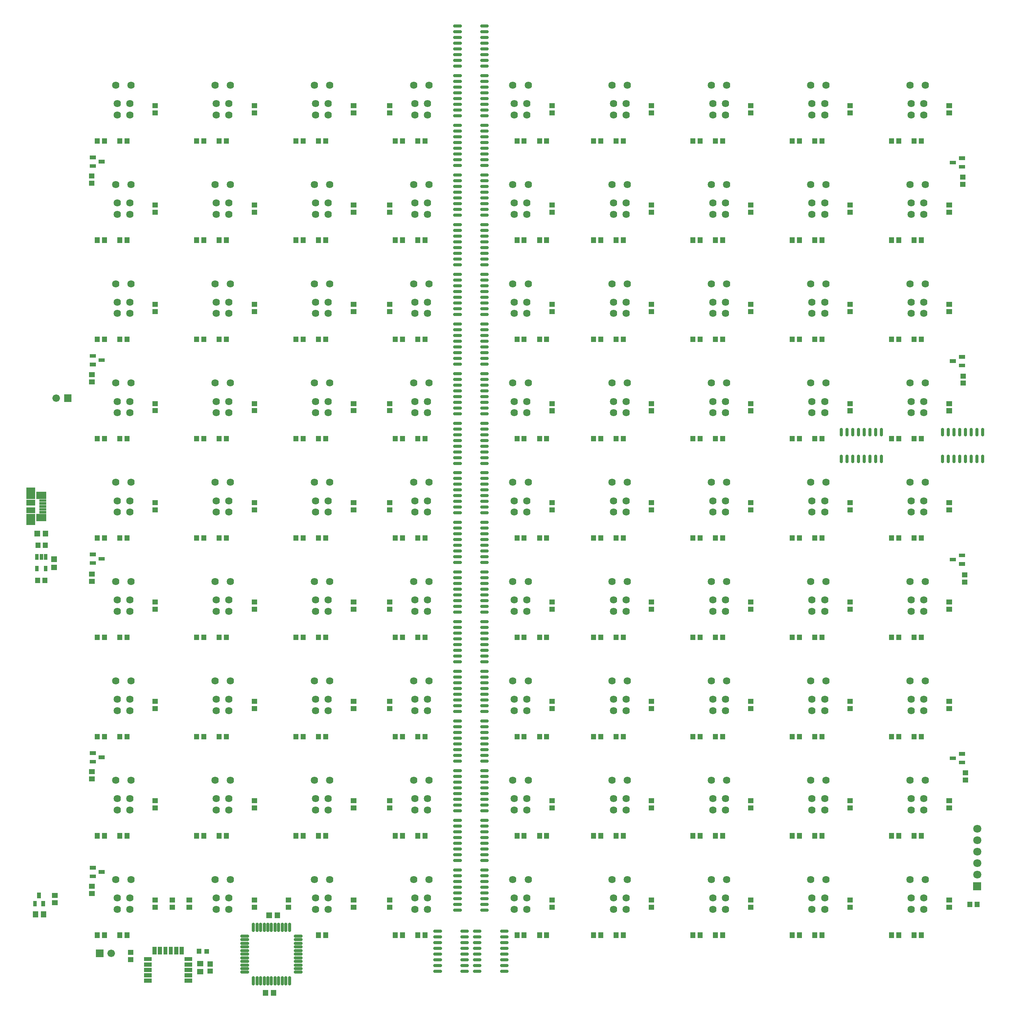
<source format=gbs>
G04 Layer: BottomSolderMaskLayer*
G04 EasyEDA v6.4.19.5, 2021-05-16T17:52:14+02:00*
G04 c7de764b28da46dab1ebef90a77263ec,763424db4a57434484c59f209b4bf891,10*
G04 Gerber Generator version 0.2*
G04 Scale: 100 percent, Rotated: No, Reflected: No *
G04 Dimensions in inches *
G04 leading zeros omitted , absolute positions ,3 integer and 6 decimal *
%FSLAX36Y36*%
%MOIN*%

%ADD43C,0.0660*%
%ADD45C,0.0709*%
%ADD46C,0.0640*%
%ADD47C,0.0276*%
%ADD48C,0.0257*%
%ADD53R,0.0394X0.0434*%

%LPD*%
D47*
X3631031Y-8387600D02*
G01*
X3583788Y-8387600D01*
X3631031Y-8337600D02*
G01*
X3583788Y-8337600D01*
X3631031Y-8287600D02*
G01*
X3583788Y-8287600D01*
X3631031Y-8237600D02*
G01*
X3583788Y-8237600D01*
X3631031Y-8187600D02*
G01*
X3583788Y-8187600D01*
X3631031Y-8137600D02*
G01*
X3583788Y-8137600D01*
X3631031Y-8087600D02*
G01*
X3583788Y-8087600D01*
X3631031Y-8037600D02*
G01*
X3583788Y-8037600D01*
X3865032Y-8387600D02*
G01*
X3817788Y-8387600D01*
X3865032Y-8337600D02*
G01*
X3817788Y-8337600D01*
X3865032Y-8287600D02*
G01*
X3817788Y-8287600D01*
X3865032Y-8237600D02*
G01*
X3817788Y-8237600D01*
X3865032Y-8187600D02*
G01*
X3817788Y-8187600D01*
X3865032Y-8137600D02*
G01*
X3817788Y-8137600D01*
X3865032Y-8087600D02*
G01*
X3817788Y-8087600D01*
X3865032Y-8037600D02*
G01*
X3817788Y-8037600D01*
X3977492Y-8387600D02*
G01*
X3930248Y-8387600D01*
X3977492Y-8337600D02*
G01*
X3930248Y-8337600D01*
X3977492Y-8287600D02*
G01*
X3930248Y-8287600D01*
X3977492Y-8237600D02*
G01*
X3930248Y-8237600D01*
X3977492Y-8187600D02*
G01*
X3930248Y-8187600D01*
X3977492Y-8137600D02*
G01*
X3930248Y-8137600D01*
X3977492Y-8087600D02*
G01*
X3930248Y-8087600D01*
X3977492Y-8037600D02*
G01*
X3930248Y-8037600D01*
X4211491Y-8387600D02*
G01*
X4164247Y-8387600D01*
X4211491Y-8337600D02*
G01*
X4164247Y-8337600D01*
X4211491Y-8287600D02*
G01*
X4164247Y-8287600D01*
X4211491Y-8237600D02*
G01*
X4164247Y-8237600D01*
X4211491Y-8187600D02*
G01*
X4164247Y-8187600D01*
X4211491Y-8137600D02*
G01*
X4164247Y-8137600D01*
X4211491Y-8087600D02*
G01*
X4164247Y-8087600D01*
X4211491Y-8037600D02*
G01*
X4164247Y-8037600D01*
X3991018Y-139960D02*
G01*
X4038262Y-139960D01*
X3991018Y-189960D02*
G01*
X4038262Y-189960D01*
X3991018Y-239960D02*
G01*
X4038262Y-239960D01*
X3991018Y-289960D02*
G01*
X4038262Y-289960D01*
X3991018Y-339960D02*
G01*
X4038262Y-339960D01*
X3991018Y-389960D02*
G01*
X4038262Y-389960D01*
X3991018Y-439960D02*
G01*
X4038262Y-439960D01*
X3991018Y-489960D02*
G01*
X4038262Y-489960D01*
X3757017Y-139960D02*
G01*
X3804261Y-139960D01*
X3757017Y-189960D02*
G01*
X3804261Y-189960D01*
X3757017Y-239960D02*
G01*
X3804261Y-239960D01*
X3757017Y-289960D02*
G01*
X3804261Y-289960D01*
X3757017Y-339960D02*
G01*
X3804261Y-339960D01*
X3757017Y-389960D02*
G01*
X3804261Y-389960D01*
X3757017Y-439960D02*
G01*
X3804261Y-439960D01*
X3757017Y-489960D02*
G01*
X3804261Y-489960D01*
X3991008Y-1006100D02*
G01*
X4038252Y-1006100D01*
X3991008Y-1056100D02*
G01*
X4038252Y-1056100D01*
X3991008Y-1106100D02*
G01*
X4038252Y-1106100D01*
X3991008Y-1156100D02*
G01*
X4038252Y-1156100D01*
X3991008Y-1206100D02*
G01*
X4038252Y-1206100D01*
X3991008Y-1256100D02*
G01*
X4038252Y-1256100D01*
X3991008Y-1306100D02*
G01*
X4038252Y-1306100D01*
X3991008Y-1356100D02*
G01*
X4038252Y-1356100D01*
X3757007Y-1006100D02*
G01*
X3804251Y-1006100D01*
X3757007Y-1056100D02*
G01*
X3804251Y-1056100D01*
X3757007Y-1106100D02*
G01*
X3804251Y-1106100D01*
X3757007Y-1156100D02*
G01*
X3804251Y-1156100D01*
X3757007Y-1206100D02*
G01*
X3804251Y-1206100D01*
X3757007Y-1256100D02*
G01*
X3804251Y-1256100D01*
X3757007Y-1306100D02*
G01*
X3804251Y-1306100D01*
X3757007Y-1356100D02*
G01*
X3804251Y-1356100D01*
X3990997Y-1872240D02*
G01*
X4038242Y-1872240D01*
X3990997Y-1922240D02*
G01*
X4038242Y-1922240D01*
X3990997Y-1972240D02*
G01*
X4038242Y-1972240D01*
X3990997Y-2022240D02*
G01*
X4038242Y-2022240D01*
X3990997Y-2072240D02*
G01*
X4038242Y-2072240D01*
X3990997Y-2122240D02*
G01*
X4038242Y-2122240D01*
X3990997Y-2172240D02*
G01*
X4038242Y-2172240D01*
X3990997Y-2222240D02*
G01*
X4038242Y-2222240D01*
X3756998Y-1872240D02*
G01*
X3804242Y-1872240D01*
X3756998Y-1922240D02*
G01*
X3804242Y-1922240D01*
X3756998Y-1972240D02*
G01*
X3804242Y-1972240D01*
X3756998Y-2022240D02*
G01*
X3804242Y-2022240D01*
X3756998Y-2072240D02*
G01*
X3804242Y-2072240D01*
X3756998Y-2122240D02*
G01*
X3804242Y-2122240D01*
X3756998Y-2172240D02*
G01*
X3804242Y-2172240D01*
X3756998Y-2222240D02*
G01*
X3804242Y-2222240D01*
X3991008Y-2738380D02*
G01*
X4038252Y-2738380D01*
X3991008Y-2788380D02*
G01*
X4038252Y-2788380D01*
X3991008Y-2838380D02*
G01*
X4038252Y-2838380D01*
X3991008Y-2888380D02*
G01*
X4038252Y-2888380D01*
X3991008Y-2938380D02*
G01*
X4038252Y-2938380D01*
X3991008Y-2988380D02*
G01*
X4038252Y-2988380D01*
X3991008Y-3038380D02*
G01*
X4038252Y-3038380D01*
X3991008Y-3088380D02*
G01*
X4038252Y-3088380D01*
X3757007Y-2738380D02*
G01*
X3804251Y-2738380D01*
X3757007Y-2788380D02*
G01*
X3804251Y-2788380D01*
X3757007Y-2838380D02*
G01*
X3804251Y-2838380D01*
X3757007Y-2888380D02*
G01*
X3804251Y-2888380D01*
X3757007Y-2938380D02*
G01*
X3804251Y-2938380D01*
X3757007Y-2988380D02*
G01*
X3804251Y-2988380D01*
X3757007Y-3038380D02*
G01*
X3804251Y-3038380D01*
X3757007Y-3088380D02*
G01*
X3804251Y-3088380D01*
X3991008Y-3604520D02*
G01*
X4038252Y-3604520D01*
X3991008Y-3654520D02*
G01*
X4038252Y-3654520D01*
X3991008Y-3704520D02*
G01*
X4038252Y-3704520D01*
X3991008Y-3754520D02*
G01*
X4038252Y-3754520D01*
X3991008Y-3804520D02*
G01*
X4038252Y-3804520D01*
X3991008Y-3854520D02*
G01*
X4038252Y-3854520D01*
X3991008Y-3904520D02*
G01*
X4038252Y-3904520D01*
X3991008Y-3954520D02*
G01*
X4038252Y-3954520D01*
X3757007Y-3604520D02*
G01*
X3804251Y-3604520D01*
X3757007Y-3654520D02*
G01*
X3804251Y-3654520D01*
X3757007Y-3704520D02*
G01*
X3804251Y-3704520D01*
X3757007Y-3754520D02*
G01*
X3804251Y-3754520D01*
X3757007Y-3804520D02*
G01*
X3804251Y-3804520D01*
X3757007Y-3854520D02*
G01*
X3804251Y-3854520D01*
X3757007Y-3904520D02*
G01*
X3804251Y-3904520D01*
X3757007Y-3954520D02*
G01*
X3804251Y-3954520D01*
X3991008Y-4470659D02*
G01*
X4038252Y-4470659D01*
X3991008Y-4520659D02*
G01*
X4038252Y-4520659D01*
X3991008Y-4570659D02*
G01*
X4038252Y-4570659D01*
X3991008Y-4620659D02*
G01*
X4038252Y-4620659D01*
X3991008Y-4670659D02*
G01*
X4038252Y-4670659D01*
X3991008Y-4720659D02*
G01*
X4038252Y-4720659D01*
X3991008Y-4770659D02*
G01*
X4038252Y-4770659D01*
X3991008Y-4820659D02*
G01*
X4038252Y-4820659D01*
X3757007Y-4470659D02*
G01*
X3804251Y-4470659D01*
X3757007Y-4520659D02*
G01*
X3804251Y-4520659D01*
X3757007Y-4570659D02*
G01*
X3804251Y-4570659D01*
X3757007Y-4620659D02*
G01*
X3804251Y-4620659D01*
X3757007Y-4670659D02*
G01*
X3804251Y-4670659D01*
X3757007Y-4720659D02*
G01*
X3804251Y-4720659D01*
X3757007Y-4770659D02*
G01*
X3804251Y-4770659D01*
X3757007Y-4820659D02*
G01*
X3804251Y-4820659D01*
X3991008Y-5336799D02*
G01*
X4038252Y-5336799D01*
X3991008Y-5386799D02*
G01*
X4038252Y-5386799D01*
X3991008Y-5436799D02*
G01*
X4038252Y-5436799D01*
X3991008Y-5486799D02*
G01*
X4038252Y-5486799D01*
X3991008Y-5536799D02*
G01*
X4038252Y-5536799D01*
X3991008Y-5586799D02*
G01*
X4038252Y-5586799D01*
X3991008Y-5636799D02*
G01*
X4038252Y-5636799D01*
X3991008Y-5686799D02*
G01*
X4038252Y-5686799D01*
X3757007Y-5336799D02*
G01*
X3804251Y-5336799D01*
X3757007Y-5386799D02*
G01*
X3804251Y-5386799D01*
X3757007Y-5436799D02*
G01*
X3804251Y-5436799D01*
X3757007Y-5486799D02*
G01*
X3804251Y-5486799D01*
X3757007Y-5536799D02*
G01*
X3804251Y-5536799D01*
X3757007Y-5586799D02*
G01*
X3804251Y-5586799D01*
X3757007Y-5636799D02*
G01*
X3804251Y-5636799D01*
X3757007Y-5686799D02*
G01*
X3804251Y-5686799D01*
X3991008Y-6202939D02*
G01*
X4038252Y-6202939D01*
X3991008Y-6252939D02*
G01*
X4038252Y-6252939D01*
X3991008Y-6302939D02*
G01*
X4038252Y-6302939D01*
X3991008Y-6352939D02*
G01*
X4038252Y-6352939D01*
X3991008Y-6402939D02*
G01*
X4038252Y-6402939D01*
X3991008Y-6452939D02*
G01*
X4038252Y-6452939D01*
X3991008Y-6502939D02*
G01*
X4038252Y-6502939D01*
X3991008Y-6552939D02*
G01*
X4038252Y-6552939D01*
X3757007Y-6202939D02*
G01*
X3804251Y-6202939D01*
X3757007Y-6252939D02*
G01*
X3804251Y-6252939D01*
X3757007Y-6302939D02*
G01*
X3804251Y-6302939D01*
X3757007Y-6352939D02*
G01*
X3804251Y-6352939D01*
X3757007Y-6402939D02*
G01*
X3804251Y-6402939D01*
X3757007Y-6452939D02*
G01*
X3804251Y-6452939D01*
X3757007Y-6502939D02*
G01*
X3804251Y-6502939D01*
X3757007Y-6552939D02*
G01*
X3804251Y-6552939D01*
X3991008Y-7069079D02*
G01*
X4038252Y-7069079D01*
X3991008Y-7119079D02*
G01*
X4038252Y-7119079D01*
X3991008Y-7169079D02*
G01*
X4038252Y-7169079D01*
X3991008Y-7219079D02*
G01*
X4038252Y-7219079D01*
X3991008Y-7269079D02*
G01*
X4038252Y-7269079D01*
X3991008Y-7319079D02*
G01*
X4038252Y-7319079D01*
X3991008Y-7369079D02*
G01*
X4038252Y-7369079D01*
X3991008Y-7419079D02*
G01*
X4038252Y-7419079D01*
X3757007Y-7069079D02*
G01*
X3804251Y-7069079D01*
X3757007Y-7119079D02*
G01*
X3804251Y-7119079D01*
X3757007Y-7169079D02*
G01*
X3804251Y-7169079D01*
X3757007Y-7219079D02*
G01*
X3804251Y-7219079D01*
X3757007Y-7269079D02*
G01*
X3804251Y-7269079D01*
X3757007Y-7319079D02*
G01*
X3804251Y-7319079D01*
X3757007Y-7369079D02*
G01*
X3804251Y-7369079D01*
X3757007Y-7419079D02*
G01*
X3804251Y-7419079D01*
X8363980Y-3892588D02*
G01*
X8363980Y-3939832D01*
X8313980Y-3892588D02*
G01*
X8313980Y-3939832D01*
X8263980Y-3892588D02*
G01*
X8263980Y-3939832D01*
X8213980Y-3892588D02*
G01*
X8213980Y-3939832D01*
X8163980Y-3892588D02*
G01*
X8163980Y-3939832D01*
X8113980Y-3892588D02*
G01*
X8113980Y-3939832D01*
X8063980Y-3892588D02*
G01*
X8063980Y-3939832D01*
X8013980Y-3892588D02*
G01*
X8013980Y-3939832D01*
X8363980Y-3658587D02*
G01*
X8363980Y-3705832D01*
X8313980Y-3658587D02*
G01*
X8313980Y-3705832D01*
X8263980Y-3658587D02*
G01*
X8263980Y-3705832D01*
X8213980Y-3658587D02*
G01*
X8213980Y-3705832D01*
X8163980Y-3658587D02*
G01*
X8163980Y-3705832D01*
X8113980Y-3658587D02*
G01*
X8113980Y-3705832D01*
X8063980Y-3658587D02*
G01*
X8063980Y-3705832D01*
X8013980Y-3658587D02*
G01*
X8013980Y-3705832D01*
X3991008Y-573029D02*
G01*
X4038252Y-573029D01*
X3991008Y-623029D02*
G01*
X4038252Y-623029D01*
X3991008Y-673029D02*
G01*
X4038252Y-673029D01*
X3991008Y-723029D02*
G01*
X4038252Y-723029D01*
X3991008Y-773029D02*
G01*
X4038252Y-773029D01*
X3991008Y-823029D02*
G01*
X4038252Y-823029D01*
X3991008Y-873029D02*
G01*
X4038252Y-873029D01*
X3991008Y-923029D02*
G01*
X4038252Y-923029D01*
X3757007Y-573029D02*
G01*
X3804251Y-573029D01*
X3757007Y-623029D02*
G01*
X3804251Y-623029D01*
X3757007Y-673029D02*
G01*
X3804251Y-673029D01*
X3757007Y-723029D02*
G01*
X3804251Y-723029D01*
X3757007Y-773029D02*
G01*
X3804251Y-773029D01*
X3757007Y-823029D02*
G01*
X3804251Y-823029D01*
X3757007Y-873029D02*
G01*
X3804251Y-873029D01*
X3757007Y-923029D02*
G01*
X3804251Y-923029D01*
X3990997Y-1439169D02*
G01*
X4038242Y-1439169D01*
X3990997Y-1489169D02*
G01*
X4038242Y-1489169D01*
X3990997Y-1539169D02*
G01*
X4038242Y-1539169D01*
X3990997Y-1589169D02*
G01*
X4038242Y-1589169D01*
X3990997Y-1639169D02*
G01*
X4038242Y-1639169D01*
X3990997Y-1689169D02*
G01*
X4038242Y-1689169D01*
X3990997Y-1739169D02*
G01*
X4038242Y-1739169D01*
X3990997Y-1789169D02*
G01*
X4038242Y-1789169D01*
X3756998Y-1439169D02*
G01*
X3804242Y-1439169D01*
X3756998Y-1489169D02*
G01*
X3804242Y-1489169D01*
X3756998Y-1539169D02*
G01*
X3804242Y-1539169D01*
X3756998Y-1589169D02*
G01*
X3804242Y-1589169D01*
X3756998Y-1639169D02*
G01*
X3804242Y-1639169D01*
X3756998Y-1689169D02*
G01*
X3804242Y-1689169D01*
X3756998Y-1739169D02*
G01*
X3804242Y-1739169D01*
X3756998Y-1789169D02*
G01*
X3804242Y-1789169D01*
X3990997Y-2305300D02*
G01*
X4038242Y-2305300D01*
X3990997Y-2355300D02*
G01*
X4038242Y-2355300D01*
X3990997Y-2405300D02*
G01*
X4038242Y-2405300D01*
X3990997Y-2455300D02*
G01*
X4038242Y-2455300D01*
X3990997Y-2505300D02*
G01*
X4038242Y-2505300D01*
X3990997Y-2555300D02*
G01*
X4038242Y-2555300D01*
X3990997Y-2605300D02*
G01*
X4038242Y-2605300D01*
X3990997Y-2655300D02*
G01*
X4038242Y-2655300D01*
X3756998Y-2305300D02*
G01*
X3804242Y-2305300D01*
X3756998Y-2355300D02*
G01*
X3804242Y-2355300D01*
X3756998Y-2405300D02*
G01*
X3804242Y-2405300D01*
X3756998Y-2455300D02*
G01*
X3804242Y-2455300D01*
X3756998Y-2505300D02*
G01*
X3804242Y-2505300D01*
X3756998Y-2555300D02*
G01*
X3804242Y-2555300D01*
X3756998Y-2605300D02*
G01*
X3804242Y-2605300D01*
X3756998Y-2655300D02*
G01*
X3804242Y-2655300D01*
X3991008Y-3171450D02*
G01*
X4038252Y-3171450D01*
X3991008Y-3221450D02*
G01*
X4038252Y-3221450D01*
X3991008Y-3271450D02*
G01*
X4038252Y-3271450D01*
X3991008Y-3321450D02*
G01*
X4038252Y-3321450D01*
X3991008Y-3371450D02*
G01*
X4038252Y-3371450D01*
X3991008Y-3421450D02*
G01*
X4038252Y-3421450D01*
X3991008Y-3471450D02*
G01*
X4038252Y-3471450D01*
X3991008Y-3521450D02*
G01*
X4038252Y-3521450D01*
X3757007Y-3171450D02*
G01*
X3804251Y-3171450D01*
X3757007Y-3221450D02*
G01*
X3804251Y-3221450D01*
X3757007Y-3271450D02*
G01*
X3804251Y-3271450D01*
X3757007Y-3321450D02*
G01*
X3804251Y-3321450D01*
X3757007Y-3371450D02*
G01*
X3804251Y-3371450D01*
X3757007Y-3421450D02*
G01*
X3804251Y-3421450D01*
X3757007Y-3471450D02*
G01*
X3804251Y-3471450D01*
X3757007Y-3521450D02*
G01*
X3804251Y-3521450D01*
X3991008Y-4037590D02*
G01*
X4038252Y-4037590D01*
X3991008Y-4087590D02*
G01*
X4038252Y-4087590D01*
X3991008Y-4137590D02*
G01*
X4038252Y-4137590D01*
X3991008Y-4187590D02*
G01*
X4038252Y-4187590D01*
X3991008Y-4237590D02*
G01*
X4038252Y-4237590D01*
X3991008Y-4287590D02*
G01*
X4038252Y-4287590D01*
X3991008Y-4337590D02*
G01*
X4038252Y-4337590D01*
X3991008Y-4387590D02*
G01*
X4038252Y-4387590D01*
X3757007Y-4037590D02*
G01*
X3804251Y-4037590D01*
X3757007Y-4087590D02*
G01*
X3804251Y-4087590D01*
X3757007Y-4137590D02*
G01*
X3804251Y-4137590D01*
X3757007Y-4187590D02*
G01*
X3804251Y-4187590D01*
X3757007Y-4237590D02*
G01*
X3804251Y-4237590D01*
X3757007Y-4287590D02*
G01*
X3804251Y-4287590D01*
X3757007Y-4337590D02*
G01*
X3804251Y-4337590D01*
X3757007Y-4387590D02*
G01*
X3804251Y-4387590D01*
X3991008Y-4903730D02*
G01*
X4038252Y-4903730D01*
X3991008Y-4953730D02*
G01*
X4038252Y-4953730D01*
X3991008Y-5003730D02*
G01*
X4038252Y-5003730D01*
X3991008Y-5053730D02*
G01*
X4038252Y-5053730D01*
X3991008Y-5103730D02*
G01*
X4038252Y-5103730D01*
X3991008Y-5153730D02*
G01*
X4038252Y-5153730D01*
X3991008Y-5203730D02*
G01*
X4038252Y-5203730D01*
X3991008Y-5253730D02*
G01*
X4038252Y-5253730D01*
X3757007Y-4903730D02*
G01*
X3804251Y-4903730D01*
X3757007Y-4953730D02*
G01*
X3804251Y-4953730D01*
X3757007Y-5003730D02*
G01*
X3804251Y-5003730D01*
X3757007Y-5053730D02*
G01*
X3804251Y-5053730D01*
X3757007Y-5103730D02*
G01*
X3804251Y-5103730D01*
X3757007Y-5153730D02*
G01*
X3804251Y-5153730D01*
X3757007Y-5203730D02*
G01*
X3804251Y-5203730D01*
X3757007Y-5253730D02*
G01*
X3804251Y-5253730D01*
X3991008Y-5769870D02*
G01*
X4038252Y-5769870D01*
X3991008Y-5819870D02*
G01*
X4038252Y-5819870D01*
X3991008Y-5869870D02*
G01*
X4038252Y-5869870D01*
X3991008Y-5919870D02*
G01*
X4038252Y-5919870D01*
X3991008Y-5969870D02*
G01*
X4038252Y-5969870D01*
X3991008Y-6019870D02*
G01*
X4038252Y-6019870D01*
X3991008Y-6069870D02*
G01*
X4038252Y-6069870D01*
X3991008Y-6119870D02*
G01*
X4038252Y-6119870D01*
X3757007Y-5769870D02*
G01*
X3804251Y-5769870D01*
X3757007Y-5819870D02*
G01*
X3804251Y-5819870D01*
X3757007Y-5869870D02*
G01*
X3804251Y-5869870D01*
X3757007Y-5919870D02*
G01*
X3804251Y-5919870D01*
X3757007Y-5969870D02*
G01*
X3804251Y-5969870D01*
X3757007Y-6019870D02*
G01*
X3804251Y-6019870D01*
X3757007Y-6069870D02*
G01*
X3804251Y-6069870D01*
X3757007Y-6119870D02*
G01*
X3804251Y-6119870D01*
X3991008Y-6636010D02*
G01*
X4038252Y-6636010D01*
X3991008Y-6686010D02*
G01*
X4038252Y-6686010D01*
X3991008Y-6736010D02*
G01*
X4038252Y-6736010D01*
X3991008Y-6786010D02*
G01*
X4038252Y-6786010D01*
X3991008Y-6836010D02*
G01*
X4038252Y-6836010D01*
X3991008Y-6886010D02*
G01*
X4038252Y-6886010D01*
X3991008Y-6936010D02*
G01*
X4038252Y-6936010D01*
X3991008Y-6986010D02*
G01*
X4038252Y-6986010D01*
X3757007Y-6636010D02*
G01*
X3804251Y-6636010D01*
X3757007Y-6686010D02*
G01*
X3804251Y-6686010D01*
X3757007Y-6736010D02*
G01*
X3804251Y-6736010D01*
X3757007Y-6786010D02*
G01*
X3804251Y-6786010D01*
X3757007Y-6836010D02*
G01*
X3804251Y-6836010D01*
X3757007Y-6886010D02*
G01*
X3804251Y-6886010D01*
X3757007Y-6936010D02*
G01*
X3804251Y-6936010D01*
X3757007Y-6986010D02*
G01*
X3804251Y-6986010D01*
X3991008Y-7502150D02*
G01*
X4038252Y-7502150D01*
X3991008Y-7552150D02*
G01*
X4038252Y-7552150D01*
X3991008Y-7602150D02*
G01*
X4038252Y-7602150D01*
X3991008Y-7652150D02*
G01*
X4038252Y-7652150D01*
X3991008Y-7702150D02*
G01*
X4038252Y-7702150D01*
X3991008Y-7752150D02*
G01*
X4038252Y-7752150D01*
X3991008Y-7802150D02*
G01*
X4038252Y-7802150D01*
X3991008Y-7852150D02*
G01*
X4038252Y-7852150D01*
X3757007Y-7502150D02*
G01*
X3804251Y-7502150D01*
X3757007Y-7552150D02*
G01*
X3804251Y-7552150D01*
X3757007Y-7602150D02*
G01*
X3804251Y-7602150D01*
X3757007Y-7652150D02*
G01*
X3804251Y-7652150D01*
X3757007Y-7702150D02*
G01*
X3804251Y-7702150D01*
X3757007Y-7752150D02*
G01*
X3804251Y-7752150D01*
X3757007Y-7802150D02*
G01*
X3804251Y-7802150D01*
X3757007Y-7852150D02*
G01*
X3804251Y-7852150D01*
X7478149Y-3892588D02*
G01*
X7478149Y-3939832D01*
X7428149Y-3892588D02*
G01*
X7428149Y-3939832D01*
X7378149Y-3892588D02*
G01*
X7378149Y-3939832D01*
X7328149Y-3892588D02*
G01*
X7328149Y-3939832D01*
X7278149Y-3892588D02*
G01*
X7278149Y-3939832D01*
X7228149Y-3892588D02*
G01*
X7228149Y-3939832D01*
X7178149Y-3892588D02*
G01*
X7178149Y-3939832D01*
X7128149Y-3892588D02*
G01*
X7128149Y-3939832D01*
X7478149Y-3658587D02*
G01*
X7478149Y-3705832D01*
X7428149Y-3658587D02*
G01*
X7428149Y-3705832D01*
X7378149Y-3658587D02*
G01*
X7378149Y-3705832D01*
X7328149Y-3658587D02*
G01*
X7328149Y-3705832D01*
X7278149Y-3658587D02*
G01*
X7278149Y-3705832D01*
X7228149Y-3658587D02*
G01*
X7228149Y-3705832D01*
X7178149Y-3658587D02*
G01*
X7178149Y-3705832D01*
X7128149Y-3658587D02*
G01*
X7128149Y-3705832D01*
D48*
X1999979Y-7977610D02*
G01*
X1999979Y-8028791D01*
X2031480Y-7977610D02*
G01*
X2031480Y-8028791D01*
X2062979Y-7977610D02*
G01*
X2062979Y-8028791D01*
X2094480Y-7977610D02*
G01*
X2094480Y-8028791D01*
X2125979Y-7977610D02*
G01*
X2125979Y-8028791D01*
X2157479Y-7977610D02*
G01*
X2157479Y-8028791D01*
X2188980Y-7977610D02*
G01*
X2188980Y-8028791D01*
X2220479Y-7977610D02*
G01*
X2220479Y-8028791D01*
X2251980Y-7977610D02*
G01*
X2251980Y-8028791D01*
X2283479Y-7977610D02*
G01*
X2283479Y-8028791D01*
X2314979Y-7977610D02*
G01*
X2314979Y-8028791D01*
X2365389Y-8079200D02*
G01*
X2416571Y-8079200D01*
X2365389Y-8110700D02*
G01*
X2416571Y-8110700D01*
X2365389Y-8142199D02*
G01*
X2416571Y-8142199D01*
X2365389Y-8173699D02*
G01*
X2416571Y-8173699D01*
X2365389Y-8205200D02*
G01*
X2416571Y-8205200D01*
X2365389Y-8236700D02*
G01*
X2416571Y-8236700D01*
X2365389Y-8268200D02*
G01*
X2416571Y-8268200D01*
X2365389Y-8299699D02*
G01*
X2416571Y-8299699D01*
X2365389Y-8331199D02*
G01*
X2416571Y-8331199D01*
X2365389Y-8362700D02*
G01*
X2416571Y-8362700D01*
X2365389Y-8394200D02*
G01*
X2416571Y-8394200D01*
X2314979Y-8443609D02*
G01*
X2314979Y-8494791D01*
X2283479Y-8443609D02*
G01*
X2283479Y-8494791D01*
X2251980Y-8443609D02*
G01*
X2251980Y-8494791D01*
X2220479Y-8443609D02*
G01*
X2220479Y-8494791D01*
X2188980Y-8443609D02*
G01*
X2188980Y-8494791D01*
X2157479Y-8443609D02*
G01*
X2157479Y-8494791D01*
X2125979Y-8443609D02*
G01*
X2125979Y-8494791D01*
X2094480Y-8443609D02*
G01*
X2094480Y-8494791D01*
X2062979Y-8443609D02*
G01*
X2062979Y-8494791D01*
X2031480Y-8443609D02*
G01*
X2031480Y-8494791D01*
X1999979Y-8443609D02*
G01*
X1999979Y-8494791D01*
X1898389Y-8394200D02*
G01*
X1949570Y-8394200D01*
X1898389Y-8362700D02*
G01*
X1949570Y-8362700D01*
X1898389Y-8331199D02*
G01*
X1949570Y-8331199D01*
X1898389Y-8299699D02*
G01*
X1949570Y-8299699D01*
X1898389Y-8268200D02*
G01*
X1949570Y-8268200D01*
X1898389Y-8236700D02*
G01*
X1949570Y-8236700D01*
X1898389Y-8205200D02*
G01*
X1949570Y-8205200D01*
X1898389Y-8173699D02*
G01*
X1949570Y-8173699D01*
X1898389Y-8142199D02*
G01*
X1949570Y-8142199D01*
X1898389Y-8110700D02*
G01*
X1949570Y-8110700D01*
X1898389Y-8079200D02*
G01*
X1949570Y-8079200D01*
G36*
X625700Y-8261300D02*
G01*
X625700Y-8195300D01*
X691700Y-8195300D01*
X691700Y-8261300D01*
G37*
D43*
G01*
X758659Y-8228330D03*
G36*
X905500Y-8305100D02*
G01*
X905500Y-8261799D01*
X952799Y-8261799D01*
X952799Y-8305100D01*
G37*
G36*
X905500Y-8242100D02*
G01*
X905500Y-8198800D01*
X952799Y-8198800D01*
X952799Y-8242100D01*
G37*
G36*
X8230299Y-7826799D02*
G01*
X8230299Y-7779499D01*
X8273599Y-7779499D01*
X8273599Y-7826799D01*
G37*
G36*
X8293299Y-7826799D02*
G01*
X8293299Y-7779499D01*
X8336599Y-7779499D01*
X8336599Y-7826799D01*
G37*
G36*
X2114099Y-7923299D02*
G01*
X2114099Y-7871999D01*
X2161499Y-7871999D01*
X2161499Y-7923299D01*
G37*
G36*
X2185000Y-7923299D02*
G01*
X2185000Y-7871999D01*
X2232299Y-7871999D01*
X2232299Y-7923299D01*
G37*
G36*
X2153500Y-8600400D02*
G01*
X2153500Y-8549099D01*
X2200799Y-8549099D01*
X2200799Y-8600400D01*
G37*
G36*
X2082600Y-8600400D02*
G01*
X2082600Y-8549099D01*
X2130000Y-8549099D01*
X2130000Y-8600400D01*
G37*
G36*
X347699Y-3418800D02*
G01*
X347699Y-3352800D01*
X413699Y-3352800D01*
X413699Y-3418800D01*
G37*
G01*
X280709Y-3385819D03*
G36*
X8279499Y-7679200D02*
G01*
X8279499Y-7608200D01*
X8350400Y-7608200D01*
X8350400Y-7679200D01*
G37*
D45*
G01*
X8314939Y-7543690D03*
G01*
X8314939Y-7443690D03*
G01*
X8314939Y-7343690D03*
G01*
X8314939Y-7243690D03*
G01*
X8314939Y-7143690D03*
G36*
X90500Y-4592600D02*
G01*
X90500Y-4541300D01*
X137899Y-4541300D01*
X137899Y-4592600D01*
G37*
G36*
X161399Y-4592600D02*
G01*
X161399Y-4541300D01*
X208699Y-4541300D01*
X208699Y-4592600D01*
G37*
G36*
X74699Y-7915400D02*
G01*
X74699Y-7864099D01*
X122100Y-7864099D01*
X122100Y-7915400D01*
G37*
G36*
X145599Y-7915400D02*
G01*
X145599Y-7864099D01*
X193000Y-7864099D01*
X193000Y-7915400D01*
G37*
G36*
X1509799Y-8342600D02*
G01*
X1509799Y-8295200D01*
X1561099Y-8295200D01*
X1561099Y-8342600D01*
G37*
G36*
X1509799Y-8413400D02*
G01*
X1509799Y-8366100D01*
X1561099Y-8366100D01*
X1561099Y-8413400D01*
G37*
G36*
X234200Y-4815000D02*
G01*
X234200Y-4767600D01*
X285500Y-4767600D01*
X285500Y-4815000D01*
G37*
G36*
X234200Y-4885900D02*
G01*
X234200Y-4838499D01*
X285500Y-4838499D01*
X285500Y-4885900D01*
G37*
G36*
X1505900Y-8234299D02*
G01*
X1505900Y-8190900D01*
X1545299Y-8190900D01*
X1545299Y-8234299D01*
G37*
D53*
G01*
X1592520Y-8212579D03*
G36*
X244099Y-7746100D02*
G01*
X244099Y-7702700D01*
X291399Y-7702700D01*
X291399Y-7746100D01*
G37*
G36*
X244099Y-7809099D02*
G01*
X244099Y-7765700D01*
X291399Y-7765700D01*
X291399Y-7809099D01*
G37*
G36*
X1598400Y-8407500D02*
G01*
X1598400Y-8364099D01*
X1645699Y-8364099D01*
X1645699Y-8407500D01*
G37*
G36*
X1598400Y-8344499D02*
G01*
X1598400Y-8301100D01*
X1645699Y-8301100D01*
X1645699Y-8344499D01*
G37*
G36*
X159400Y-5000000D02*
G01*
X159400Y-4952700D01*
X202800Y-4952700D01*
X202800Y-5000000D01*
G37*
G36*
X96399Y-5000000D02*
G01*
X96399Y-4952700D01*
X139800Y-4952700D01*
X139800Y-5000000D01*
G37*
G36*
X98400Y-4691999D02*
G01*
X98400Y-4644600D01*
X141799Y-4644600D01*
X141799Y-4691999D01*
G37*
G36*
X161399Y-4691999D02*
G01*
X161399Y-4644600D01*
X204699Y-4644600D01*
X204699Y-4691999D01*
G37*
G36*
X97399Y-4795300D02*
G01*
X97399Y-4745999D01*
X126999Y-4745999D01*
X126999Y-4795300D01*
G37*
G36*
X134800Y-4795300D02*
G01*
X134800Y-4745999D01*
X164400Y-4745999D01*
X164400Y-4795300D01*
G37*
G36*
X172199Y-4795300D02*
G01*
X172199Y-4745999D01*
X201799Y-4745999D01*
X201799Y-4795300D01*
G37*
G36*
X172199Y-4897700D02*
G01*
X172199Y-4848400D01*
X201799Y-4848400D01*
X201799Y-4897700D01*
G37*
G36*
X97399Y-4897700D02*
G01*
X97399Y-4848400D01*
X126999Y-4848400D01*
X126999Y-4897700D01*
G37*
G36*
X149499Y-7818899D02*
G01*
X149499Y-7771599D01*
X181199Y-7771599D01*
X181199Y-7818899D01*
G37*
G36*
X78699Y-7818899D02*
G01*
X78699Y-7771599D01*
X110300Y-7771599D01*
X110300Y-7818899D01*
G37*
G36*
X114099Y-7748099D02*
G01*
X114099Y-7700700D01*
X145700Y-7700700D01*
X145700Y-7748099D01*
G37*
G36*
X1045200Y-8486300D02*
G01*
X1045200Y-8450700D01*
X1112299Y-8450700D01*
X1112299Y-8486300D01*
G37*
G36*
X1120000Y-8238200D02*
G01*
X1120000Y-8171199D01*
X1155600Y-8171199D01*
X1155600Y-8238200D01*
G37*
G36*
X1399499Y-8297300D02*
G01*
X1399499Y-8261700D01*
X1466599Y-8261700D01*
X1466599Y-8297300D01*
G37*
G36*
X1045200Y-8297300D02*
G01*
X1045200Y-8261700D01*
X1112299Y-8261700D01*
X1112299Y-8297300D01*
G37*
G36*
X1045200Y-8344499D02*
G01*
X1045200Y-8309000D01*
X1112299Y-8309000D01*
X1112299Y-8344499D01*
G37*
G36*
X1045200Y-8391799D02*
G01*
X1045200Y-8356199D01*
X1112299Y-8356199D01*
X1112299Y-8391799D01*
G37*
G36*
X1045200Y-8439000D02*
G01*
X1045200Y-8403500D01*
X1112299Y-8403500D01*
X1112299Y-8439000D01*
G37*
G36*
X1356199Y-8238200D02*
G01*
X1356199Y-8171199D01*
X1391800Y-8171199D01*
X1391800Y-8238200D01*
G37*
G36*
X1308999Y-8238200D02*
G01*
X1308999Y-8171199D01*
X1344499Y-8171199D01*
X1344499Y-8238200D01*
G37*
G36*
X1261700Y-8238200D02*
G01*
X1261700Y-8171199D01*
X1297299Y-8171199D01*
X1297299Y-8238200D01*
G37*
G36*
X1214499Y-8238200D02*
G01*
X1214499Y-8171199D01*
X1250100Y-8171199D01*
X1250100Y-8238200D01*
G37*
G36*
X1167299Y-8238200D02*
G01*
X1167299Y-8171199D01*
X1202799Y-8171199D01*
X1202799Y-8238200D01*
G37*
G36*
X1399499Y-8486300D02*
G01*
X1399499Y-8450700D01*
X1466599Y-8450700D01*
X1466599Y-8486300D01*
G37*
G36*
X1399499Y-8439000D02*
G01*
X1399499Y-8403500D01*
X1466599Y-8403500D01*
X1466599Y-8439000D01*
G37*
G36*
X1399499Y-8391799D02*
G01*
X1399499Y-8356199D01*
X1466599Y-8356199D01*
X1466599Y-8391799D01*
G37*
G36*
X1399499Y-8344499D02*
G01*
X1399499Y-8309000D01*
X1466599Y-8309000D01*
X1466599Y-8344499D01*
G37*
G36*
X876000Y-1165399D02*
G01*
X876000Y-1118099D01*
X919300Y-1118099D01*
X919300Y-1165399D01*
G37*
G36*
X813000Y-1165399D02*
G01*
X813000Y-1118099D01*
X856300Y-1118099D01*
X856300Y-1165399D01*
G37*
G36*
X1742100Y-1165399D02*
G01*
X1742100Y-1118099D01*
X1785500Y-1118099D01*
X1785500Y-1165399D01*
G37*
G36*
X1679099Y-1165399D02*
G01*
X1679099Y-1118099D01*
X1722500Y-1118099D01*
X1722500Y-1165399D01*
G37*
G36*
X2608199Y-1165399D02*
G01*
X2608199Y-1118099D01*
X2651599Y-1118099D01*
X2651599Y-1165399D01*
G37*
G36*
X2545200Y-1165399D02*
G01*
X2545200Y-1118099D01*
X2588599Y-1118099D01*
X2588599Y-1165399D01*
G37*
G36*
X3411400Y-1165399D02*
G01*
X3411400Y-1118099D01*
X3454799Y-1118099D01*
X3454799Y-1165399D01*
G37*
G36*
X3474399Y-1165399D02*
G01*
X3474399Y-1118099D01*
X3517700Y-1118099D01*
X3517700Y-1165399D01*
G37*
G36*
X4474399Y-1165399D02*
G01*
X4474399Y-1118099D01*
X4517700Y-1118099D01*
X4517700Y-1165399D01*
G37*
G36*
X4537399Y-1165399D02*
G01*
X4537399Y-1118099D01*
X4580699Y-1118099D01*
X4580699Y-1165399D01*
G37*
G36*
X5143699Y-1165399D02*
G01*
X5143699Y-1118099D01*
X5186999Y-1118099D01*
X5186999Y-1165399D01*
G37*
G36*
X5206700Y-1165399D02*
G01*
X5206700Y-1118099D01*
X5250000Y-1118099D01*
X5250000Y-1165399D01*
G37*
G36*
X6009799Y-1165399D02*
G01*
X6009799Y-1118099D01*
X6053199Y-1118099D01*
X6053199Y-1165399D01*
G37*
G36*
X6072799Y-1165399D02*
G01*
X6072799Y-1118099D01*
X6116199Y-1118099D01*
X6116199Y-1165399D01*
G37*
G36*
X6876000Y-1165399D02*
G01*
X6876000Y-1118099D01*
X6919300Y-1118099D01*
X6919300Y-1165399D01*
G37*
G36*
X6938900Y-1165399D02*
G01*
X6938900Y-1118099D01*
X6982299Y-1118099D01*
X6982299Y-1165399D01*
G37*
G36*
X7742100Y-1165399D02*
G01*
X7742100Y-1118099D01*
X7785500Y-1118099D01*
X7785500Y-1165399D01*
G37*
G36*
X7805100Y-1165399D02*
G01*
X7805100Y-1118099D01*
X7848500Y-1118099D01*
X7848500Y-1165399D01*
G37*
G36*
X876000Y-2031500D02*
G01*
X876000Y-1984200D01*
X919300Y-1984200D01*
X919300Y-2031500D01*
G37*
G36*
X813000Y-2031500D02*
G01*
X813000Y-1984200D01*
X856300Y-1984200D01*
X856300Y-2031500D01*
G37*
G36*
X1742100Y-2031500D02*
G01*
X1742100Y-1984200D01*
X1785500Y-1984200D01*
X1785500Y-2031500D01*
G37*
G36*
X1679099Y-2031500D02*
G01*
X1679099Y-1984200D01*
X1722500Y-1984200D01*
X1722500Y-2031500D01*
G37*
G36*
X2608199Y-2031500D02*
G01*
X2608199Y-1984200D01*
X2651599Y-1984200D01*
X2651599Y-2031500D01*
G37*
G36*
X2545200Y-2031500D02*
G01*
X2545200Y-1984200D01*
X2588599Y-1984200D01*
X2588599Y-2031500D01*
G37*
G36*
X3474399Y-2031500D02*
G01*
X3474399Y-1984200D01*
X3517700Y-1984200D01*
X3517700Y-2031500D01*
G37*
G36*
X3411400Y-2031500D02*
G01*
X3411400Y-1984200D01*
X3454799Y-1984200D01*
X3454799Y-2031500D01*
G37*
G36*
X4537399Y-2031500D02*
G01*
X4537399Y-1984200D01*
X4580699Y-1984200D01*
X4580699Y-2031500D01*
G37*
G36*
X4474399Y-2031500D02*
G01*
X4474399Y-1984200D01*
X4517799Y-1984200D01*
X4517799Y-2031500D01*
G37*
G36*
X5206700Y-2031500D02*
G01*
X5206700Y-1984200D01*
X5250000Y-1984200D01*
X5250000Y-2031500D01*
G37*
G36*
X5143699Y-2031500D02*
G01*
X5143699Y-1984200D01*
X5186999Y-1984200D01*
X5186999Y-2031500D01*
G37*
G36*
X6072799Y-2031500D02*
G01*
X6072799Y-1984200D01*
X6116199Y-1984200D01*
X6116199Y-2031500D01*
G37*
G36*
X6009799Y-2031500D02*
G01*
X6009799Y-1984200D01*
X6053199Y-1984200D01*
X6053199Y-2031500D01*
G37*
G36*
X6938900Y-2031500D02*
G01*
X6938900Y-1984200D01*
X6982299Y-1984200D01*
X6982299Y-2031500D01*
G37*
G36*
X6876000Y-2031500D02*
G01*
X6876000Y-1984200D01*
X6919300Y-1984200D01*
X6919300Y-2031500D01*
G37*
G36*
X7805100Y-2031500D02*
G01*
X7805100Y-1984200D01*
X7848500Y-1984200D01*
X7848500Y-2031500D01*
G37*
G36*
X7742100Y-2031500D02*
G01*
X7742100Y-1984200D01*
X7785500Y-1984200D01*
X7785500Y-2031500D01*
G37*
G36*
X813000Y-2897700D02*
G01*
X813000Y-2850399D01*
X856300Y-2850399D01*
X856300Y-2897700D01*
G37*
G36*
X875900Y-2897700D02*
G01*
X875900Y-2850399D01*
X919300Y-2850399D01*
X919300Y-2897700D01*
G37*
G36*
X1679099Y-2897700D02*
G01*
X1679099Y-2850399D01*
X1722500Y-2850399D01*
X1722500Y-2897700D01*
G37*
G36*
X1742100Y-2897700D02*
G01*
X1742100Y-2850399D01*
X1785500Y-2850399D01*
X1785500Y-2897700D01*
G37*
G36*
X2545200Y-2897700D02*
G01*
X2545200Y-2850399D01*
X2588599Y-2850399D01*
X2588599Y-2897700D01*
G37*
G36*
X2608199Y-2897700D02*
G01*
X2608199Y-2850399D01*
X2651599Y-2850399D01*
X2651599Y-2897700D01*
G37*
G36*
X3411400Y-2897700D02*
G01*
X3411400Y-2850399D01*
X3454700Y-2850399D01*
X3454700Y-2897700D01*
G37*
G36*
X3474399Y-2897700D02*
G01*
X3474399Y-2850399D01*
X3517700Y-2850399D01*
X3517700Y-2897700D01*
G37*
G36*
X4474399Y-2897700D02*
G01*
X4474399Y-2850399D01*
X4517700Y-2850399D01*
X4517700Y-2897700D01*
G37*
G36*
X4537399Y-2897700D02*
G01*
X4537399Y-2850399D01*
X4580699Y-2850399D01*
X4580699Y-2897700D01*
G37*
G36*
X5143699Y-2897700D02*
G01*
X5143699Y-2850399D01*
X5186999Y-2850399D01*
X5186999Y-2897700D01*
G37*
G36*
X5206700Y-2897700D02*
G01*
X5206700Y-2850399D01*
X5250000Y-2850399D01*
X5250000Y-2897700D01*
G37*
G36*
X6009799Y-2897700D02*
G01*
X6009799Y-2850399D01*
X6053199Y-2850399D01*
X6053199Y-2897700D01*
G37*
G36*
X6072799Y-2897700D02*
G01*
X6072799Y-2850399D01*
X6116199Y-2850399D01*
X6116199Y-2897700D01*
G37*
G36*
X6876000Y-2897700D02*
G01*
X6876000Y-2850399D01*
X6919300Y-2850399D01*
X6919300Y-2897700D01*
G37*
G36*
X6938900Y-2897700D02*
G01*
X6938900Y-2850399D01*
X6982299Y-2850399D01*
X6982299Y-2897700D01*
G37*
G36*
X7742100Y-2897700D02*
G01*
X7742100Y-2850399D01*
X7785500Y-2850399D01*
X7785500Y-2897700D01*
G37*
G36*
X7805100Y-2897700D02*
G01*
X7805100Y-2850399D01*
X7848500Y-2850399D01*
X7848500Y-2897700D01*
G37*
G36*
X876000Y-3763800D02*
G01*
X876000Y-3716500D01*
X919300Y-3716500D01*
X919300Y-3763800D01*
G37*
G36*
X813000Y-3763800D02*
G01*
X813000Y-3716500D01*
X856300Y-3716500D01*
X856300Y-3763800D01*
G37*
G36*
X1742100Y-3763800D02*
G01*
X1742100Y-3716500D01*
X1785500Y-3716500D01*
X1785500Y-3763800D01*
G37*
G36*
X1679099Y-3763800D02*
G01*
X1679099Y-3716500D01*
X1722500Y-3716500D01*
X1722500Y-3763800D01*
G37*
G36*
X2608199Y-3763800D02*
G01*
X2608199Y-3716500D01*
X2651599Y-3716500D01*
X2651599Y-3763800D01*
G37*
G36*
X2545200Y-3763800D02*
G01*
X2545200Y-3716500D01*
X2588599Y-3716500D01*
X2588599Y-3763800D01*
G37*
G36*
X3474399Y-3763800D02*
G01*
X3474399Y-3716500D01*
X3517700Y-3716500D01*
X3517700Y-3763800D01*
G37*
G36*
X3411400Y-3763800D02*
G01*
X3411400Y-3716500D01*
X3454799Y-3716500D01*
X3454799Y-3763800D01*
G37*
G36*
X4537399Y-3763800D02*
G01*
X4537399Y-3716500D01*
X4580699Y-3716500D01*
X4580699Y-3763800D01*
G37*
G36*
X4474399Y-3763800D02*
G01*
X4474399Y-3716500D01*
X4517799Y-3716500D01*
X4517799Y-3763800D01*
G37*
G36*
X5206700Y-3763800D02*
G01*
X5206700Y-3716500D01*
X5250000Y-3716500D01*
X5250000Y-3763800D01*
G37*
G36*
X5143699Y-3763800D02*
G01*
X5143699Y-3716500D01*
X5186999Y-3716500D01*
X5186999Y-3763800D01*
G37*
G36*
X6072799Y-3763800D02*
G01*
X6072799Y-3716500D01*
X6116199Y-3716500D01*
X6116199Y-3763800D01*
G37*
G36*
X6009799Y-3763800D02*
G01*
X6009799Y-3716500D01*
X6053199Y-3716500D01*
X6053199Y-3763800D01*
G37*
G36*
X6938900Y-3763800D02*
G01*
X6938900Y-3716500D01*
X6982299Y-3716500D01*
X6982299Y-3763800D01*
G37*
G36*
X6876000Y-3763800D02*
G01*
X6876000Y-3716500D01*
X6919300Y-3716500D01*
X6919300Y-3763800D01*
G37*
G36*
X7805100Y-3763800D02*
G01*
X7805100Y-3716500D01*
X7848500Y-3716500D01*
X7848500Y-3763800D01*
G37*
G36*
X7742100Y-3763800D02*
G01*
X7742100Y-3716500D01*
X7785500Y-3716500D01*
X7785500Y-3763800D01*
G37*
G36*
X813000Y-4629899D02*
G01*
X813000Y-4582600D01*
X856300Y-4582600D01*
X856300Y-4629899D01*
G37*
G36*
X875900Y-4629899D02*
G01*
X875900Y-4582600D01*
X919300Y-4582600D01*
X919300Y-4629899D01*
G37*
G36*
X1679099Y-4629899D02*
G01*
X1679099Y-4582600D01*
X1722500Y-4582600D01*
X1722500Y-4629899D01*
G37*
G36*
X1742100Y-4629899D02*
G01*
X1742100Y-4582600D01*
X1785500Y-4582600D01*
X1785500Y-4629899D01*
G37*
G36*
X2545200Y-4629899D02*
G01*
X2545200Y-4582600D01*
X2588599Y-4582600D01*
X2588599Y-4629899D01*
G37*
G36*
X2608199Y-4629899D02*
G01*
X2608199Y-4582600D01*
X2651599Y-4582600D01*
X2651599Y-4629899D01*
G37*
G36*
X3411400Y-4629899D02*
G01*
X3411400Y-4582600D01*
X3454700Y-4582600D01*
X3454700Y-4629899D01*
G37*
G36*
X3474399Y-4629899D02*
G01*
X3474399Y-4582600D01*
X3517700Y-4582600D01*
X3517700Y-4629899D01*
G37*
G36*
X4474399Y-4630000D02*
G01*
X4474399Y-4582600D01*
X4517700Y-4582600D01*
X4517700Y-4630000D01*
G37*
G36*
X4537399Y-4630000D02*
G01*
X4537399Y-4582600D01*
X4580699Y-4582600D01*
X4580699Y-4630000D01*
G37*
G36*
X5143699Y-4630000D02*
G01*
X5143699Y-4582600D01*
X5186999Y-4582600D01*
X5186999Y-4630000D01*
G37*
G36*
X5206700Y-4630000D02*
G01*
X5206700Y-4582600D01*
X5250000Y-4582600D01*
X5250000Y-4630000D01*
G37*
G36*
X6009799Y-4630000D02*
G01*
X6009799Y-4582600D01*
X6053199Y-4582600D01*
X6053199Y-4630000D01*
G37*
G36*
X6072799Y-4630000D02*
G01*
X6072799Y-4582600D01*
X6116199Y-4582600D01*
X6116199Y-4630000D01*
G37*
G36*
X6876000Y-4630000D02*
G01*
X6876000Y-4582600D01*
X6919300Y-4582600D01*
X6919300Y-4630000D01*
G37*
G36*
X6938900Y-4630000D02*
G01*
X6938900Y-4582600D01*
X6982299Y-4582600D01*
X6982299Y-4630000D01*
G37*
G36*
X7742100Y-4630000D02*
G01*
X7742100Y-4582600D01*
X7785500Y-4582600D01*
X7785500Y-4630000D01*
G37*
G36*
X7805100Y-4630000D02*
G01*
X7805100Y-4582600D01*
X7848500Y-4582600D01*
X7848500Y-4630000D01*
G37*
G36*
X876000Y-5496100D02*
G01*
X876000Y-5448800D01*
X919300Y-5448800D01*
X919300Y-5496100D01*
G37*
G36*
X813000Y-5496100D02*
G01*
X813000Y-5448800D01*
X856300Y-5448800D01*
X856300Y-5496100D01*
G37*
G36*
X1742100Y-5496100D02*
G01*
X1742100Y-5448800D01*
X1785500Y-5448800D01*
X1785500Y-5496100D01*
G37*
G36*
X1679099Y-5496100D02*
G01*
X1679099Y-5448800D01*
X1722500Y-5448800D01*
X1722500Y-5496100D01*
G37*
G36*
X2608199Y-5496100D02*
G01*
X2608199Y-5448800D01*
X2651599Y-5448800D01*
X2651599Y-5496100D01*
G37*
G36*
X2545200Y-5496100D02*
G01*
X2545200Y-5448800D01*
X2588599Y-5448800D01*
X2588599Y-5496100D01*
G37*
G36*
X3474399Y-5496100D02*
G01*
X3474399Y-5448800D01*
X3517700Y-5448800D01*
X3517700Y-5496100D01*
G37*
G36*
X3411400Y-5496100D02*
G01*
X3411400Y-5448800D01*
X3454799Y-5448800D01*
X3454799Y-5496100D01*
G37*
G36*
X4537399Y-5496100D02*
G01*
X4537399Y-5448800D01*
X4580699Y-5448800D01*
X4580699Y-5496100D01*
G37*
G36*
X4474399Y-5496100D02*
G01*
X4474399Y-5448800D01*
X4517799Y-5448800D01*
X4517799Y-5496100D01*
G37*
G36*
X5206700Y-5496100D02*
G01*
X5206700Y-5448800D01*
X5250000Y-5448800D01*
X5250000Y-5496100D01*
G37*
G36*
X5143699Y-5496100D02*
G01*
X5143699Y-5448800D01*
X5186999Y-5448800D01*
X5186999Y-5496100D01*
G37*
G36*
X6072799Y-5496100D02*
G01*
X6072799Y-5448800D01*
X6116199Y-5448800D01*
X6116199Y-5496100D01*
G37*
G36*
X6009799Y-5496100D02*
G01*
X6009799Y-5448800D01*
X6053199Y-5448800D01*
X6053199Y-5496100D01*
G37*
G36*
X6938900Y-5496100D02*
G01*
X6938900Y-5448800D01*
X6982299Y-5448800D01*
X6982299Y-5496100D01*
G37*
G36*
X6876000Y-5496100D02*
G01*
X6876000Y-5448800D01*
X6919300Y-5448800D01*
X6919300Y-5496100D01*
G37*
G36*
X7805100Y-5496100D02*
G01*
X7805100Y-5448800D01*
X7848500Y-5448800D01*
X7848500Y-5496100D01*
G37*
G36*
X7742100Y-5496100D02*
G01*
X7742100Y-5448800D01*
X7785500Y-5448800D01*
X7785500Y-5496100D01*
G37*
G36*
X813000Y-6362199D02*
G01*
X813000Y-6314899D01*
X856300Y-6314899D01*
X856300Y-6362199D01*
G37*
G36*
X875900Y-6362199D02*
G01*
X875900Y-6314899D01*
X919300Y-6314899D01*
X919300Y-6362199D01*
G37*
G36*
X1679099Y-6362199D02*
G01*
X1679099Y-6314899D01*
X1722500Y-6314899D01*
X1722500Y-6362199D01*
G37*
G36*
X1742100Y-6362199D02*
G01*
X1742100Y-6314899D01*
X1785500Y-6314899D01*
X1785500Y-6362199D01*
G37*
G36*
X2545200Y-6362199D02*
G01*
X2545200Y-6314899D01*
X2588599Y-6314899D01*
X2588599Y-6362199D01*
G37*
G36*
X2608199Y-6362199D02*
G01*
X2608199Y-6314899D01*
X2651599Y-6314899D01*
X2651599Y-6362199D01*
G37*
G36*
X3411400Y-6362199D02*
G01*
X3411400Y-6314899D01*
X3454700Y-6314899D01*
X3454700Y-6362199D01*
G37*
G36*
X3474399Y-6362199D02*
G01*
X3474399Y-6314899D01*
X3517700Y-6314899D01*
X3517700Y-6362199D01*
G37*
G36*
X4474399Y-6362199D02*
G01*
X4474399Y-6314899D01*
X4517700Y-6314899D01*
X4517700Y-6362199D01*
G37*
G36*
X4537399Y-6362199D02*
G01*
X4537399Y-6314899D01*
X4580699Y-6314899D01*
X4580699Y-6362199D01*
G37*
G36*
X5143699Y-6362199D02*
G01*
X5143699Y-6314899D01*
X5186999Y-6314899D01*
X5186999Y-6362199D01*
G37*
G36*
X5206700Y-6362199D02*
G01*
X5206700Y-6314899D01*
X5250000Y-6314899D01*
X5250000Y-6362199D01*
G37*
G36*
X6009799Y-6362199D02*
G01*
X6009799Y-6314899D01*
X6053199Y-6314899D01*
X6053199Y-6362199D01*
G37*
G36*
X6072799Y-6362199D02*
G01*
X6072799Y-6314899D01*
X6116199Y-6314899D01*
X6116199Y-6362199D01*
G37*
G36*
X6876000Y-6362199D02*
G01*
X6876000Y-6314899D01*
X6919300Y-6314899D01*
X6919300Y-6362199D01*
G37*
G36*
X6938900Y-6362199D02*
G01*
X6938900Y-6314899D01*
X6982299Y-6314899D01*
X6982299Y-6362199D01*
G37*
G36*
X7742100Y-6362199D02*
G01*
X7742100Y-6314899D01*
X7785500Y-6314899D01*
X7785500Y-6362199D01*
G37*
G36*
X7805100Y-6362199D02*
G01*
X7805100Y-6314899D01*
X7848500Y-6314899D01*
X7848500Y-6362199D01*
G37*
G36*
X876000Y-7228400D02*
G01*
X876000Y-7181100D01*
X919300Y-7181100D01*
X919300Y-7228400D01*
G37*
G36*
X813000Y-7228400D02*
G01*
X813000Y-7181100D01*
X856300Y-7181100D01*
X856300Y-7228400D01*
G37*
G36*
X1742100Y-7228400D02*
G01*
X1742100Y-7181100D01*
X1785500Y-7181100D01*
X1785500Y-7228400D01*
G37*
G36*
X1679099Y-7228400D02*
G01*
X1679099Y-7181100D01*
X1722500Y-7181100D01*
X1722500Y-7228400D01*
G37*
G36*
X2608199Y-7228400D02*
G01*
X2608199Y-7181100D01*
X2651599Y-7181100D01*
X2651599Y-7228400D01*
G37*
G36*
X2545200Y-7228400D02*
G01*
X2545200Y-7181100D01*
X2588599Y-7181100D01*
X2588599Y-7228400D01*
G37*
G36*
X3474399Y-7228400D02*
G01*
X3474399Y-7181100D01*
X3517700Y-7181100D01*
X3517700Y-7228400D01*
G37*
G36*
X3411400Y-7228400D02*
G01*
X3411400Y-7181100D01*
X3454799Y-7181100D01*
X3454799Y-7228400D01*
G37*
G36*
X4537399Y-7228400D02*
G01*
X4537399Y-7181100D01*
X4580699Y-7181100D01*
X4580699Y-7228400D01*
G37*
G36*
X4474399Y-7228400D02*
G01*
X4474399Y-7181100D01*
X4517799Y-7181100D01*
X4517799Y-7228400D01*
G37*
G36*
X5206700Y-7228400D02*
G01*
X5206700Y-7181100D01*
X5250000Y-7181100D01*
X5250000Y-7228400D01*
G37*
G36*
X5143699Y-7228400D02*
G01*
X5143699Y-7181100D01*
X5186999Y-7181100D01*
X5186999Y-7228400D01*
G37*
G36*
X6072799Y-7228400D02*
G01*
X6072799Y-7181100D01*
X6116199Y-7181100D01*
X6116199Y-7228400D01*
G37*
G36*
X6009799Y-7228400D02*
G01*
X6009799Y-7181100D01*
X6053199Y-7181100D01*
X6053199Y-7228400D01*
G37*
G36*
X6938900Y-7228400D02*
G01*
X6938900Y-7181100D01*
X6982299Y-7181100D01*
X6982299Y-7228400D01*
G37*
G36*
X6876000Y-7228400D02*
G01*
X6876000Y-7181100D01*
X6919300Y-7181100D01*
X6919300Y-7228400D01*
G37*
G36*
X7805100Y-7228400D02*
G01*
X7805100Y-7181100D01*
X7848500Y-7181100D01*
X7848500Y-7228400D01*
G37*
G36*
X7742100Y-7228400D02*
G01*
X7742100Y-7181100D01*
X7785500Y-7181100D01*
X7785500Y-7228400D01*
G37*
G36*
X813000Y-8094499D02*
G01*
X813000Y-8047199D01*
X856300Y-8047199D01*
X856300Y-8094499D01*
G37*
G36*
X875900Y-8094499D02*
G01*
X875900Y-8047199D01*
X919300Y-8047199D01*
X919300Y-8094499D01*
G37*
G36*
X1417299Y-7785500D02*
G01*
X1417299Y-7742100D01*
X1464600Y-7742100D01*
X1464600Y-7785500D01*
G37*
G36*
X1417299Y-7848499D02*
G01*
X1417299Y-7805100D01*
X1464600Y-7805100D01*
X1464600Y-7848499D01*
G37*
G36*
X2545200Y-8094499D02*
G01*
X2545200Y-8047199D01*
X2588599Y-8047199D01*
X2588599Y-8094499D01*
G37*
G36*
X2608199Y-8094499D02*
G01*
X2608199Y-8047199D01*
X2651599Y-8047199D01*
X2651599Y-8094499D01*
G37*
G36*
X3411400Y-8094499D02*
G01*
X3411400Y-8047199D01*
X3454700Y-8047199D01*
X3454700Y-8094499D01*
G37*
G36*
X3474399Y-8094499D02*
G01*
X3474399Y-8047199D01*
X3517700Y-8047199D01*
X3517700Y-8094499D01*
G37*
G36*
X4474399Y-8094499D02*
G01*
X4474399Y-8047199D01*
X4517700Y-8047199D01*
X4517700Y-8094499D01*
G37*
G36*
X4537399Y-8094499D02*
G01*
X4537399Y-8047199D01*
X4580699Y-8047199D01*
X4580699Y-8094499D01*
G37*
G36*
X5143699Y-8094499D02*
G01*
X5143699Y-8047199D01*
X5186999Y-8047199D01*
X5186999Y-8094499D01*
G37*
G36*
X5206700Y-8094499D02*
G01*
X5206700Y-8047199D01*
X5250000Y-8047199D01*
X5250000Y-8094499D01*
G37*
G36*
X6009799Y-8094499D02*
G01*
X6009799Y-8047199D01*
X6053199Y-8047199D01*
X6053199Y-8094499D01*
G37*
G36*
X6072799Y-8094499D02*
G01*
X6072799Y-8047199D01*
X6116199Y-8047199D01*
X6116199Y-8094499D01*
G37*
G36*
X6876000Y-8094699D02*
G01*
X6876000Y-8047399D01*
X6919300Y-8047399D01*
X6919300Y-8094699D01*
G37*
G36*
X6938999Y-8094699D02*
G01*
X6938999Y-8047399D01*
X6982299Y-8047399D01*
X6982299Y-8094699D01*
G37*
G36*
X7742100Y-8094499D02*
G01*
X7742100Y-8047199D01*
X7785500Y-8047199D01*
X7785500Y-8094499D01*
G37*
G36*
X7805100Y-8094499D02*
G01*
X7805100Y-8047199D01*
X7848500Y-8047199D01*
X7848500Y-8094499D01*
G37*
G36*
X616100Y-1165399D02*
G01*
X616100Y-1118099D01*
X659499Y-1118099D01*
X659499Y-1165399D01*
G37*
G36*
X679099Y-1165399D02*
G01*
X679099Y-1118099D01*
X722500Y-1118099D01*
X722500Y-1165399D01*
G37*
G36*
X1482200Y-1165399D02*
G01*
X1482200Y-1118099D01*
X1525600Y-1118099D01*
X1525600Y-1165399D01*
G37*
G36*
X1545200Y-1165399D02*
G01*
X1545200Y-1118099D01*
X1588599Y-1118099D01*
X1588599Y-1165399D01*
G37*
G36*
X2348400Y-1165399D02*
G01*
X2348400Y-1118099D01*
X2391800Y-1118099D01*
X2391800Y-1165399D01*
G37*
G36*
X2411400Y-1165399D02*
G01*
X2411400Y-1118099D01*
X2454799Y-1118099D01*
X2454799Y-1165399D01*
G37*
G36*
X3277500Y-1165399D02*
G01*
X3277500Y-1118099D01*
X3320900Y-1118099D01*
X3320900Y-1165399D01*
G37*
G36*
X3214499Y-1165399D02*
G01*
X3214499Y-1118099D01*
X3257899Y-1118099D01*
X3257899Y-1165399D01*
G37*
G36*
X4340500Y-1165399D02*
G01*
X4340500Y-1118099D01*
X4383900Y-1118099D01*
X4383900Y-1165399D01*
G37*
G36*
X4277500Y-1165399D02*
G01*
X4277500Y-1118099D01*
X4320900Y-1118099D01*
X4320900Y-1165399D01*
G37*
G36*
X5009799Y-1165399D02*
G01*
X5009799Y-1118099D01*
X5053199Y-1118099D01*
X5053199Y-1165399D01*
G37*
G36*
X4946800Y-1165399D02*
G01*
X4946800Y-1118099D01*
X4990200Y-1118099D01*
X4990200Y-1165399D01*
G37*
G36*
X5876000Y-1165399D02*
G01*
X5876000Y-1118099D01*
X5919300Y-1118099D01*
X5919300Y-1165399D01*
G37*
G36*
X5813000Y-1165399D02*
G01*
X5813000Y-1118099D01*
X5856300Y-1118099D01*
X5856300Y-1165399D01*
G37*
G36*
X6742100Y-1165399D02*
G01*
X6742100Y-1118099D01*
X6785500Y-1118099D01*
X6785500Y-1165399D01*
G37*
G36*
X6679099Y-1165399D02*
G01*
X6679099Y-1118099D01*
X6722500Y-1118099D01*
X6722500Y-1165399D01*
G37*
G36*
X7608199Y-1165399D02*
G01*
X7608199Y-1118099D01*
X7651599Y-1118099D01*
X7651599Y-1165399D01*
G37*
G36*
X7545200Y-1165399D02*
G01*
X7545200Y-1118099D01*
X7588599Y-1118099D01*
X7588599Y-1165399D01*
G37*
G36*
X616100Y-2031500D02*
G01*
X616100Y-1984200D01*
X659499Y-1984200D01*
X659499Y-2031500D01*
G37*
G36*
X679099Y-2031500D02*
G01*
X679099Y-1984200D01*
X722500Y-1984200D01*
X722500Y-2031500D01*
G37*
G36*
X1482299Y-2031500D02*
G01*
X1482299Y-1984200D01*
X1525600Y-1984200D01*
X1525600Y-2031500D01*
G37*
G36*
X1545200Y-2031500D02*
G01*
X1545200Y-1984200D01*
X1588599Y-1984200D01*
X1588599Y-2031500D01*
G37*
G36*
X2348400Y-2031500D02*
G01*
X2348400Y-1984200D01*
X2391800Y-1984200D01*
X2391800Y-2031500D01*
G37*
G36*
X2411400Y-2031500D02*
G01*
X2411400Y-1984200D01*
X2454799Y-1984200D01*
X2454799Y-2031500D01*
G37*
G36*
X3214499Y-2031500D02*
G01*
X3214499Y-1984200D01*
X3257899Y-1984200D01*
X3257899Y-2031500D01*
G37*
G36*
X3277500Y-2031500D02*
G01*
X3277500Y-1984200D01*
X3320900Y-1984200D01*
X3320900Y-2031500D01*
G37*
G36*
X4277500Y-2031500D02*
G01*
X4277500Y-1984200D01*
X4320900Y-1984200D01*
X4320900Y-2031500D01*
G37*
G36*
X4340500Y-2031500D02*
G01*
X4340500Y-1984200D01*
X4383900Y-1984200D01*
X4383900Y-2031500D01*
G37*
G36*
X4946800Y-2031500D02*
G01*
X4946800Y-1984200D01*
X4990200Y-1984200D01*
X4990200Y-2031500D01*
G37*
G36*
X5009799Y-2031500D02*
G01*
X5009799Y-1984200D01*
X5053199Y-1984200D01*
X5053199Y-2031500D01*
G37*
G36*
X5876000Y-2031500D02*
G01*
X5876000Y-1984200D01*
X5919300Y-1984200D01*
X5919300Y-2031500D01*
G37*
G36*
X5813000Y-2031500D02*
G01*
X5813000Y-1984200D01*
X5856300Y-1984200D01*
X5856300Y-2031500D01*
G37*
G36*
X6742100Y-2031500D02*
G01*
X6742100Y-1984200D01*
X6785500Y-1984200D01*
X6785500Y-2031500D01*
G37*
G36*
X6679099Y-2031500D02*
G01*
X6679099Y-1984200D01*
X6722500Y-1984200D01*
X6722500Y-2031500D01*
G37*
G36*
X7608199Y-2031500D02*
G01*
X7608199Y-1984200D01*
X7651599Y-1984200D01*
X7651599Y-2031500D01*
G37*
G36*
X7545200Y-2031500D02*
G01*
X7545200Y-1984200D01*
X7588599Y-1984200D01*
X7588599Y-2031500D01*
G37*
G36*
X616100Y-2897700D02*
G01*
X616100Y-2850399D01*
X659499Y-2850399D01*
X659499Y-2897700D01*
G37*
G36*
X679099Y-2897700D02*
G01*
X679099Y-2850399D01*
X722500Y-2850399D01*
X722500Y-2897700D01*
G37*
G36*
X1482200Y-2897700D02*
G01*
X1482200Y-2850399D01*
X1525600Y-2850399D01*
X1525600Y-2897700D01*
G37*
G36*
X1545200Y-2897700D02*
G01*
X1545200Y-2850399D01*
X1588599Y-2850399D01*
X1588599Y-2897700D01*
G37*
G36*
X2348400Y-2897700D02*
G01*
X2348400Y-2850399D01*
X2391800Y-2850399D01*
X2391800Y-2897700D01*
G37*
G36*
X2411400Y-2897700D02*
G01*
X2411400Y-2850399D01*
X2454700Y-2850399D01*
X2454700Y-2897700D01*
G37*
G36*
X3277500Y-2897700D02*
G01*
X3277500Y-2850399D01*
X3320900Y-2850399D01*
X3320900Y-2897700D01*
G37*
G36*
X3214499Y-2897700D02*
G01*
X3214499Y-2850399D01*
X3257899Y-2850399D01*
X3257899Y-2897700D01*
G37*
G36*
X4340500Y-2897700D02*
G01*
X4340500Y-2850399D01*
X4383900Y-2850399D01*
X4383900Y-2897700D01*
G37*
G36*
X4277500Y-2897700D02*
G01*
X4277500Y-2850399D01*
X4320900Y-2850399D01*
X4320900Y-2897700D01*
G37*
G36*
X5009799Y-2897700D02*
G01*
X5009799Y-2850399D01*
X5053199Y-2850399D01*
X5053199Y-2897700D01*
G37*
G36*
X4946800Y-2897700D02*
G01*
X4946800Y-2850399D01*
X4990200Y-2850399D01*
X4990200Y-2897700D01*
G37*
G36*
X5876000Y-2897700D02*
G01*
X5876000Y-2850399D01*
X5919300Y-2850399D01*
X5919300Y-2897700D01*
G37*
G36*
X5813000Y-2897700D02*
G01*
X5813000Y-2850399D01*
X5856300Y-2850399D01*
X5856300Y-2897700D01*
G37*
G36*
X6742100Y-2897700D02*
G01*
X6742100Y-2850399D01*
X6785500Y-2850399D01*
X6785500Y-2897700D01*
G37*
G36*
X6679099Y-2897700D02*
G01*
X6679099Y-2850399D01*
X6722500Y-2850399D01*
X6722500Y-2897700D01*
G37*
G36*
X7608199Y-2897700D02*
G01*
X7608199Y-2850399D01*
X7651599Y-2850399D01*
X7651599Y-2897700D01*
G37*
G36*
X7545200Y-2897700D02*
G01*
X7545200Y-2850399D01*
X7588599Y-2850399D01*
X7588599Y-2897700D01*
G37*
G36*
X616100Y-3763800D02*
G01*
X616100Y-3716500D01*
X659499Y-3716500D01*
X659499Y-3763800D01*
G37*
G36*
X679099Y-3763800D02*
G01*
X679099Y-3716500D01*
X722500Y-3716500D01*
X722500Y-3763800D01*
G37*
G36*
X1482200Y-3763800D02*
G01*
X1482200Y-3716500D01*
X1525600Y-3716500D01*
X1525600Y-3763800D01*
G37*
G36*
X1545200Y-3763800D02*
G01*
X1545200Y-3716500D01*
X1588599Y-3716500D01*
X1588599Y-3763800D01*
G37*
G36*
X2348400Y-3763800D02*
G01*
X2348400Y-3716500D01*
X2391800Y-3716500D01*
X2391800Y-3763800D01*
G37*
G36*
X2411400Y-3763800D02*
G01*
X2411400Y-3716500D01*
X2454700Y-3716500D01*
X2454700Y-3763800D01*
G37*
G36*
X3214499Y-3763800D02*
G01*
X3214499Y-3716500D01*
X3257899Y-3716500D01*
X3257899Y-3763800D01*
G37*
G36*
X3277500Y-3763800D02*
G01*
X3277500Y-3716500D01*
X3320900Y-3716500D01*
X3320900Y-3763800D01*
G37*
G36*
X4277500Y-3763800D02*
G01*
X4277500Y-3716500D01*
X4320900Y-3716500D01*
X4320900Y-3763800D01*
G37*
G36*
X4340500Y-3763800D02*
G01*
X4340500Y-3716500D01*
X4383900Y-3716500D01*
X4383900Y-3763800D01*
G37*
G36*
X4946800Y-3763800D02*
G01*
X4946800Y-3716500D01*
X4990200Y-3716500D01*
X4990200Y-3763800D01*
G37*
G36*
X5009799Y-3763800D02*
G01*
X5009799Y-3716500D01*
X5053199Y-3716500D01*
X5053199Y-3763800D01*
G37*
G36*
X5876000Y-3763800D02*
G01*
X5876000Y-3716500D01*
X5919300Y-3716500D01*
X5919300Y-3763800D01*
G37*
G36*
X5813000Y-3763800D02*
G01*
X5813000Y-3716500D01*
X5856300Y-3716500D01*
X5856300Y-3763800D01*
G37*
G36*
X6742100Y-3763800D02*
G01*
X6742100Y-3716500D01*
X6785500Y-3716500D01*
X6785500Y-3763800D01*
G37*
G36*
X6679099Y-3763800D02*
G01*
X6679099Y-3716500D01*
X6722500Y-3716500D01*
X6722500Y-3763800D01*
G37*
G36*
X7608199Y-3763800D02*
G01*
X7608199Y-3716500D01*
X7651599Y-3716500D01*
X7651599Y-3763800D01*
G37*
G36*
X7545200Y-3763800D02*
G01*
X7545200Y-3716500D01*
X7588599Y-3716500D01*
X7588599Y-3763800D01*
G37*
G36*
X616100Y-4629899D02*
G01*
X616100Y-4582600D01*
X659499Y-4582600D01*
X659499Y-4629899D01*
G37*
G36*
X679099Y-4629899D02*
G01*
X679099Y-4582600D01*
X722500Y-4582600D01*
X722500Y-4629899D01*
G37*
G36*
X1482200Y-4629899D02*
G01*
X1482200Y-4582600D01*
X1525600Y-4582600D01*
X1525600Y-4629899D01*
G37*
G36*
X1545200Y-4629899D02*
G01*
X1545200Y-4582600D01*
X1588599Y-4582600D01*
X1588599Y-4629899D01*
G37*
G36*
X2348400Y-4629899D02*
G01*
X2348400Y-4582600D01*
X2391800Y-4582600D01*
X2391800Y-4629899D01*
G37*
G36*
X2411400Y-4629899D02*
G01*
X2411400Y-4582600D01*
X2454700Y-4582600D01*
X2454700Y-4629899D01*
G37*
G36*
X3277500Y-4629899D02*
G01*
X3277500Y-4582600D01*
X3320900Y-4582600D01*
X3320900Y-4629899D01*
G37*
G36*
X3214499Y-4629899D02*
G01*
X3214499Y-4582600D01*
X3257899Y-4582600D01*
X3257899Y-4629899D01*
G37*
G36*
X4340500Y-4630000D02*
G01*
X4340500Y-4582600D01*
X4383900Y-4582600D01*
X4383900Y-4630000D01*
G37*
G36*
X4277500Y-4630000D02*
G01*
X4277500Y-4582600D01*
X4320900Y-4582600D01*
X4320900Y-4630000D01*
G37*
G36*
X5009799Y-4630000D02*
G01*
X5009799Y-4582600D01*
X5053199Y-4582600D01*
X5053199Y-4630000D01*
G37*
G36*
X4946800Y-4630000D02*
G01*
X4946800Y-4582600D01*
X4990200Y-4582600D01*
X4990200Y-4630000D01*
G37*
G36*
X5876000Y-4630000D02*
G01*
X5876000Y-4582600D01*
X5919300Y-4582600D01*
X5919300Y-4630000D01*
G37*
G36*
X5813000Y-4630000D02*
G01*
X5813000Y-4582600D01*
X5856300Y-4582600D01*
X5856300Y-4630000D01*
G37*
G36*
X6742100Y-4630000D02*
G01*
X6742100Y-4582600D01*
X6785500Y-4582600D01*
X6785500Y-4630000D01*
G37*
G36*
X6679099Y-4630000D02*
G01*
X6679099Y-4582600D01*
X6722500Y-4582600D01*
X6722500Y-4630000D01*
G37*
G36*
X7608199Y-4630000D02*
G01*
X7608199Y-4582600D01*
X7651599Y-4582600D01*
X7651599Y-4630000D01*
G37*
G36*
X7545200Y-4630000D02*
G01*
X7545200Y-4582600D01*
X7588599Y-4582600D01*
X7588599Y-4630000D01*
G37*
G36*
X616100Y-5496100D02*
G01*
X616100Y-5448800D01*
X659499Y-5448800D01*
X659499Y-5496100D01*
G37*
G36*
X679099Y-5496100D02*
G01*
X679099Y-5448800D01*
X722500Y-5448800D01*
X722500Y-5496100D01*
G37*
G36*
X1482200Y-5496100D02*
G01*
X1482200Y-5448800D01*
X1525600Y-5448800D01*
X1525600Y-5496100D01*
G37*
G36*
X1545200Y-5496100D02*
G01*
X1545200Y-5448800D01*
X1588599Y-5448800D01*
X1588599Y-5496100D01*
G37*
G36*
X2348400Y-5496100D02*
G01*
X2348400Y-5448800D01*
X2391800Y-5448800D01*
X2391800Y-5496100D01*
G37*
G36*
X2411400Y-5496100D02*
G01*
X2411400Y-5448800D01*
X2454700Y-5448800D01*
X2454700Y-5496100D01*
G37*
G36*
X3214499Y-5496100D02*
G01*
X3214499Y-5448800D01*
X3257899Y-5448800D01*
X3257899Y-5496100D01*
G37*
G36*
X3277500Y-5496100D02*
G01*
X3277500Y-5448800D01*
X3320900Y-5448800D01*
X3320900Y-5496100D01*
G37*
G36*
X4277500Y-5496100D02*
G01*
X4277500Y-5448800D01*
X4320900Y-5448800D01*
X4320900Y-5496100D01*
G37*
G36*
X4340500Y-5496100D02*
G01*
X4340500Y-5448800D01*
X4383900Y-5448800D01*
X4383900Y-5496100D01*
G37*
G36*
X4946800Y-5496100D02*
G01*
X4946800Y-5448800D01*
X4990200Y-5448800D01*
X4990200Y-5496100D01*
G37*
G36*
X5009799Y-5496100D02*
G01*
X5009799Y-5448800D01*
X5053199Y-5448800D01*
X5053199Y-5496100D01*
G37*
G36*
X5876000Y-5496100D02*
G01*
X5876000Y-5448800D01*
X5919300Y-5448800D01*
X5919300Y-5496100D01*
G37*
G36*
X5813000Y-5496100D02*
G01*
X5813000Y-5448800D01*
X5856300Y-5448800D01*
X5856300Y-5496100D01*
G37*
G36*
X6742100Y-5496100D02*
G01*
X6742100Y-5448800D01*
X6785500Y-5448800D01*
X6785500Y-5496100D01*
G37*
G36*
X6679099Y-5496100D02*
G01*
X6679099Y-5448800D01*
X6722500Y-5448800D01*
X6722500Y-5496100D01*
G37*
G36*
X7608199Y-5496100D02*
G01*
X7608199Y-5448800D01*
X7651599Y-5448800D01*
X7651599Y-5496100D01*
G37*
G36*
X7545200Y-5496100D02*
G01*
X7545200Y-5448800D01*
X7588599Y-5448800D01*
X7588599Y-5496100D01*
G37*
G36*
X616100Y-6362199D02*
G01*
X616100Y-6314899D01*
X659499Y-6314899D01*
X659499Y-6362199D01*
G37*
G36*
X679099Y-6362199D02*
G01*
X679099Y-6314899D01*
X722500Y-6314899D01*
X722500Y-6362199D01*
G37*
G36*
X1482200Y-6362199D02*
G01*
X1482200Y-6314899D01*
X1525600Y-6314899D01*
X1525600Y-6362199D01*
G37*
G36*
X1545200Y-6362199D02*
G01*
X1545200Y-6314899D01*
X1588599Y-6314899D01*
X1588599Y-6362199D01*
G37*
G36*
X2348400Y-6362199D02*
G01*
X2348400Y-6314899D01*
X2391800Y-6314899D01*
X2391800Y-6362199D01*
G37*
G36*
X2411400Y-6362199D02*
G01*
X2411400Y-6314899D01*
X2454700Y-6314899D01*
X2454700Y-6362199D01*
G37*
G36*
X3277500Y-6362199D02*
G01*
X3277500Y-6314899D01*
X3320900Y-6314899D01*
X3320900Y-6362199D01*
G37*
G36*
X3214499Y-6362199D02*
G01*
X3214499Y-6314899D01*
X3257899Y-6314899D01*
X3257899Y-6362199D01*
G37*
G36*
X4340500Y-6362199D02*
G01*
X4340500Y-6314899D01*
X4383900Y-6314899D01*
X4383900Y-6362199D01*
G37*
G36*
X4277500Y-6362199D02*
G01*
X4277500Y-6314899D01*
X4320900Y-6314899D01*
X4320900Y-6362199D01*
G37*
G36*
X5009799Y-6362199D02*
G01*
X5009799Y-6314899D01*
X5053199Y-6314899D01*
X5053199Y-6362199D01*
G37*
G36*
X4946800Y-6362199D02*
G01*
X4946800Y-6314899D01*
X4990200Y-6314899D01*
X4990200Y-6362199D01*
G37*
G36*
X5876000Y-6362199D02*
G01*
X5876000Y-6314899D01*
X5919300Y-6314899D01*
X5919300Y-6362199D01*
G37*
G36*
X5813000Y-6362199D02*
G01*
X5813000Y-6314899D01*
X5856300Y-6314899D01*
X5856300Y-6362199D01*
G37*
G36*
X6742100Y-6362199D02*
G01*
X6742100Y-6314899D01*
X6785500Y-6314899D01*
X6785500Y-6362199D01*
G37*
G36*
X6679099Y-6362199D02*
G01*
X6679099Y-6314899D01*
X6722500Y-6314899D01*
X6722500Y-6362199D01*
G37*
G36*
X7608199Y-6362199D02*
G01*
X7608199Y-6314899D01*
X7651599Y-6314899D01*
X7651599Y-6362199D01*
G37*
G36*
X7545200Y-6362199D02*
G01*
X7545200Y-6314899D01*
X7588599Y-6314899D01*
X7588599Y-6362199D01*
G37*
G36*
X616100Y-7228400D02*
G01*
X616100Y-7181100D01*
X659499Y-7181100D01*
X659499Y-7228400D01*
G37*
G36*
X679099Y-7228400D02*
G01*
X679099Y-7181100D01*
X722500Y-7181100D01*
X722500Y-7228400D01*
G37*
G36*
X1482200Y-7228400D02*
G01*
X1482200Y-7181100D01*
X1525600Y-7181100D01*
X1525600Y-7228400D01*
G37*
G36*
X1545200Y-7228400D02*
G01*
X1545200Y-7181100D01*
X1588599Y-7181100D01*
X1588599Y-7228400D01*
G37*
G36*
X2348400Y-7228400D02*
G01*
X2348400Y-7181100D01*
X2391800Y-7181100D01*
X2391800Y-7228400D01*
G37*
G36*
X2411400Y-7228400D02*
G01*
X2411400Y-7181100D01*
X2454700Y-7181100D01*
X2454700Y-7228400D01*
G37*
G36*
X3214499Y-7228400D02*
G01*
X3214499Y-7181100D01*
X3257899Y-7181100D01*
X3257899Y-7228400D01*
G37*
G36*
X3277500Y-7228400D02*
G01*
X3277500Y-7181100D01*
X3320900Y-7181100D01*
X3320900Y-7228400D01*
G37*
G36*
X4277500Y-7228400D02*
G01*
X4277500Y-7181100D01*
X4320900Y-7181100D01*
X4320900Y-7228400D01*
G37*
G36*
X4340500Y-7228400D02*
G01*
X4340500Y-7181100D01*
X4383900Y-7181100D01*
X4383900Y-7228400D01*
G37*
G36*
X4946800Y-7228400D02*
G01*
X4946800Y-7181100D01*
X4990200Y-7181100D01*
X4990200Y-7228400D01*
G37*
G36*
X5009799Y-7228400D02*
G01*
X5009799Y-7181100D01*
X5053199Y-7181100D01*
X5053199Y-7228400D01*
G37*
G36*
X5876000Y-7228400D02*
G01*
X5876000Y-7181100D01*
X5919300Y-7181100D01*
X5919300Y-7228400D01*
G37*
G36*
X5813000Y-7228400D02*
G01*
X5813000Y-7181100D01*
X5856300Y-7181100D01*
X5856300Y-7228400D01*
G37*
G36*
X6742100Y-7228400D02*
G01*
X6742100Y-7181100D01*
X6785500Y-7181100D01*
X6785500Y-7228400D01*
G37*
G36*
X6679099Y-7228400D02*
G01*
X6679099Y-7181100D01*
X6722500Y-7181100D01*
X6722500Y-7228400D01*
G37*
G36*
X7608199Y-7228400D02*
G01*
X7608199Y-7181100D01*
X7651599Y-7181100D01*
X7651599Y-7228400D01*
G37*
G36*
X7545200Y-7228400D02*
G01*
X7545200Y-7181100D01*
X7588599Y-7181100D01*
X7588599Y-7228400D01*
G37*
G36*
X616100Y-8094499D02*
G01*
X616100Y-8047199D01*
X659499Y-8047199D01*
X659499Y-8094499D01*
G37*
G36*
X679099Y-8094499D02*
G01*
X679099Y-8047199D01*
X722500Y-8047199D01*
X722500Y-8094499D01*
G37*
G36*
X1267700Y-7785400D02*
G01*
X1267700Y-7742100D01*
X1315000Y-7742100D01*
X1315000Y-7785400D01*
G37*
G36*
X1267700Y-7848400D02*
G01*
X1267700Y-7805100D01*
X1315000Y-7805100D01*
X1315000Y-7848400D01*
G37*
G36*
X3277500Y-8094499D02*
G01*
X3277500Y-8047199D01*
X3320900Y-8047199D01*
X3320900Y-8094499D01*
G37*
G36*
X3214499Y-8094499D02*
G01*
X3214499Y-8047199D01*
X3257899Y-8047199D01*
X3257899Y-8094499D01*
G37*
G36*
X4340500Y-8094499D02*
G01*
X4340500Y-8047199D01*
X4383900Y-8047199D01*
X4383900Y-8094499D01*
G37*
G36*
X4277500Y-8094499D02*
G01*
X4277500Y-8047199D01*
X4320900Y-8047199D01*
X4320900Y-8094499D01*
G37*
G36*
X5009799Y-8094499D02*
G01*
X5009799Y-8047199D01*
X5053199Y-8047199D01*
X5053199Y-8094499D01*
G37*
G36*
X4946800Y-8094499D02*
G01*
X4946800Y-8047199D01*
X4990200Y-8047199D01*
X4990200Y-8094499D01*
G37*
G36*
X5876000Y-8094499D02*
G01*
X5876000Y-8047199D01*
X5919300Y-8047199D01*
X5919300Y-8094499D01*
G37*
G36*
X5813000Y-8094499D02*
G01*
X5813000Y-8047199D01*
X5856300Y-8047199D01*
X5856300Y-8094499D01*
G37*
G36*
X6742100Y-8094499D02*
G01*
X6742100Y-8047199D01*
X6785500Y-8047199D01*
X6785500Y-8094499D01*
G37*
G36*
X6679099Y-8094499D02*
G01*
X6679099Y-8047199D01*
X6722500Y-8047199D01*
X6722500Y-8094499D01*
G37*
G36*
X7608199Y-8094499D02*
G01*
X7608199Y-8047199D01*
X7651599Y-8047199D01*
X7651599Y-8094499D01*
G37*
G36*
X7545200Y-8094499D02*
G01*
X7545200Y-8047199D01*
X7588599Y-8047199D01*
X7588599Y-8094499D01*
G37*
G36*
X1118100Y-919299D02*
G01*
X1118100Y-875999D01*
X1165399Y-875999D01*
X1165399Y-919299D01*
G37*
G36*
X1118100Y-856300D02*
G01*
X1118100Y-813000D01*
X1165399Y-813000D01*
X1165399Y-856300D01*
G37*
G36*
X1984200Y-919299D02*
G01*
X1984200Y-875999D01*
X2031499Y-875999D01*
X2031499Y-919299D01*
G37*
G36*
X1984200Y-856300D02*
G01*
X1984200Y-813000D01*
X2031499Y-813000D01*
X2031499Y-856300D01*
G37*
G36*
X2850399Y-919299D02*
G01*
X2850399Y-875999D01*
X2897700Y-875999D01*
X2897700Y-919299D01*
G37*
G36*
X2850399Y-856300D02*
G01*
X2850399Y-813000D01*
X2897700Y-813000D01*
X2897700Y-856300D01*
G37*
G36*
X3165299Y-919299D02*
G01*
X3165299Y-875999D01*
X3212600Y-875999D01*
X3212600Y-919299D01*
G37*
G36*
X3165299Y-856300D02*
G01*
X3165299Y-813000D01*
X3212600Y-813000D01*
X3212600Y-856300D01*
G37*
G36*
X4582600Y-919299D02*
G01*
X4582600Y-875999D01*
X4630000Y-875999D01*
X4630000Y-919299D01*
G37*
G36*
X4582600Y-856300D02*
G01*
X4582600Y-813000D01*
X4630000Y-813000D01*
X4630000Y-856300D01*
G37*
G36*
X5448800Y-919299D02*
G01*
X5448800Y-875999D01*
X5496099Y-875999D01*
X5496099Y-919299D01*
G37*
G36*
X5448800Y-856300D02*
G01*
X5448800Y-813000D01*
X5496099Y-813000D01*
X5496099Y-856300D01*
G37*
G36*
X6314899Y-856300D02*
G01*
X6314899Y-813000D01*
X6362200Y-813000D01*
X6362200Y-856300D01*
G37*
G36*
X6314899Y-919299D02*
G01*
X6314899Y-875999D01*
X6362200Y-875999D01*
X6362200Y-919299D01*
G37*
G36*
X7181099Y-856300D02*
G01*
X7181099Y-813000D01*
X7228400Y-813000D01*
X7228400Y-856300D01*
G37*
G36*
X7181099Y-919299D02*
G01*
X7181099Y-875999D01*
X7228400Y-875999D01*
X7228400Y-919299D01*
G37*
G36*
X8047200Y-856300D02*
G01*
X8047200Y-813000D01*
X8094499Y-813000D01*
X8094499Y-856300D01*
G37*
G36*
X8047200Y-919299D02*
G01*
X8047200Y-875999D01*
X8094499Y-875999D01*
X8094499Y-919299D01*
G37*
G36*
X1118100Y-1785500D02*
G01*
X1118100Y-1742100D01*
X1165399Y-1742100D01*
X1165399Y-1785500D01*
G37*
G36*
X1118100Y-1722500D02*
G01*
X1118100Y-1679099D01*
X1165399Y-1679099D01*
X1165399Y-1722500D01*
G37*
G36*
X1984200Y-1785500D02*
G01*
X1984200Y-1742100D01*
X2031499Y-1742100D01*
X2031499Y-1785500D01*
G37*
G36*
X1984200Y-1722500D02*
G01*
X1984200Y-1679099D01*
X2031499Y-1679099D01*
X2031499Y-1722500D01*
G37*
G36*
X2850399Y-1785500D02*
G01*
X2850399Y-1742100D01*
X2897700Y-1742100D01*
X2897700Y-1785500D01*
G37*
G36*
X2850399Y-1722500D02*
G01*
X2850399Y-1679099D01*
X2897700Y-1679099D01*
X2897700Y-1722500D01*
G37*
G36*
X3165299Y-1785500D02*
G01*
X3165299Y-1742100D01*
X3212600Y-1742100D01*
X3212600Y-1785500D01*
G37*
G36*
X3165299Y-1722500D02*
G01*
X3165299Y-1679099D01*
X3212600Y-1679099D01*
X3212600Y-1722500D01*
G37*
G36*
X4582600Y-1785500D02*
G01*
X4582600Y-1742100D01*
X4630000Y-1742100D01*
X4630000Y-1785500D01*
G37*
G36*
X4582600Y-1722500D02*
G01*
X4582600Y-1679099D01*
X4630000Y-1679099D01*
X4630000Y-1722500D01*
G37*
G36*
X5448800Y-1785500D02*
G01*
X5448800Y-1742100D01*
X5496099Y-1742100D01*
X5496099Y-1785500D01*
G37*
G36*
X5448800Y-1722500D02*
G01*
X5448800Y-1679099D01*
X5496099Y-1679099D01*
X5496099Y-1722500D01*
G37*
G36*
X6314899Y-1785500D02*
G01*
X6314899Y-1742100D01*
X6362200Y-1742100D01*
X6362200Y-1785500D01*
G37*
G36*
X6314899Y-1722500D02*
G01*
X6314899Y-1679099D01*
X6362200Y-1679099D01*
X6362200Y-1722500D01*
G37*
G36*
X7181099Y-1785500D02*
G01*
X7181099Y-1742100D01*
X7228400Y-1742100D01*
X7228400Y-1785500D01*
G37*
G36*
X7181099Y-1722500D02*
G01*
X7181099Y-1679099D01*
X7228400Y-1679099D01*
X7228400Y-1722500D01*
G37*
G36*
X8047200Y-1785500D02*
G01*
X8047200Y-1742100D01*
X8094499Y-1742100D01*
X8094499Y-1785500D01*
G37*
G36*
X8047200Y-1722500D02*
G01*
X8047200Y-1679099D01*
X8094499Y-1679099D01*
X8094499Y-1722500D01*
G37*
G36*
X1118100Y-2588600D02*
G01*
X1118100Y-2545200D01*
X1165399Y-2545200D01*
X1165399Y-2588600D01*
G37*
G36*
X1118100Y-2651599D02*
G01*
X1118100Y-2608200D01*
X1165399Y-2608200D01*
X1165399Y-2651599D01*
G37*
G36*
X1984200Y-2588600D02*
G01*
X1984200Y-2545200D01*
X2031499Y-2545200D01*
X2031499Y-2588600D01*
G37*
G36*
X1984200Y-2651599D02*
G01*
X1984200Y-2608200D01*
X2031499Y-2608200D01*
X2031499Y-2651599D01*
G37*
G36*
X2850399Y-2588600D02*
G01*
X2850399Y-2545200D01*
X2897700Y-2545200D01*
X2897700Y-2588600D01*
G37*
G36*
X2850399Y-2651599D02*
G01*
X2850399Y-2608200D01*
X2897700Y-2608200D01*
X2897700Y-2651599D01*
G37*
G36*
X3165299Y-2588600D02*
G01*
X3165299Y-2545200D01*
X3212600Y-2545200D01*
X3212600Y-2588600D01*
G37*
G36*
X3165299Y-2651599D02*
G01*
X3165299Y-2608200D01*
X3212600Y-2608200D01*
X3212600Y-2651599D01*
G37*
G36*
X4582600Y-2588600D02*
G01*
X4582600Y-2545200D01*
X4630000Y-2545200D01*
X4630000Y-2588600D01*
G37*
G36*
X4582600Y-2651599D02*
G01*
X4582600Y-2608200D01*
X4630000Y-2608200D01*
X4630000Y-2651599D01*
G37*
G36*
X5448800Y-2588600D02*
G01*
X5448800Y-2545200D01*
X5496099Y-2545200D01*
X5496099Y-2588600D01*
G37*
G36*
X5448800Y-2651599D02*
G01*
X5448800Y-2608200D01*
X5496099Y-2608200D01*
X5496099Y-2651599D01*
G37*
G36*
X6314899Y-2588600D02*
G01*
X6314899Y-2545200D01*
X6362200Y-2545200D01*
X6362200Y-2588600D01*
G37*
G36*
X6314899Y-2651599D02*
G01*
X6314899Y-2608200D01*
X6362200Y-2608200D01*
X6362200Y-2651599D01*
G37*
G36*
X7181099Y-2588600D02*
G01*
X7181099Y-2545200D01*
X7228400Y-2545200D01*
X7228400Y-2588600D01*
G37*
G36*
X7181099Y-2651599D02*
G01*
X7181099Y-2608200D01*
X7228400Y-2608200D01*
X7228400Y-2651599D01*
G37*
G36*
X8047200Y-2588600D02*
G01*
X8047200Y-2545200D01*
X8094499Y-2545200D01*
X8094499Y-2588600D01*
G37*
G36*
X8047200Y-2651599D02*
G01*
X8047200Y-2608200D01*
X8094499Y-2608200D01*
X8094499Y-2651599D01*
G37*
G36*
X1118100Y-3517700D02*
G01*
X1118100Y-3474400D01*
X1165399Y-3474400D01*
X1165399Y-3517700D01*
G37*
G36*
X1118100Y-3454800D02*
G01*
X1118100Y-3411399D01*
X1165399Y-3411399D01*
X1165399Y-3454800D01*
G37*
G36*
X1984200Y-3517700D02*
G01*
X1984200Y-3474400D01*
X2031499Y-3474400D01*
X2031499Y-3517700D01*
G37*
G36*
X1984200Y-3454800D02*
G01*
X1984200Y-3411399D01*
X2031499Y-3411399D01*
X2031499Y-3454800D01*
G37*
G36*
X2850399Y-3517700D02*
G01*
X2850399Y-3474400D01*
X2897700Y-3474400D01*
X2897700Y-3517700D01*
G37*
G36*
X2850399Y-3454800D02*
G01*
X2850399Y-3411399D01*
X2897700Y-3411399D01*
X2897700Y-3454800D01*
G37*
G36*
X3165299Y-3517700D02*
G01*
X3165299Y-3474400D01*
X3212600Y-3474400D01*
X3212600Y-3517700D01*
G37*
G36*
X3165299Y-3454800D02*
G01*
X3165299Y-3411399D01*
X3212600Y-3411399D01*
X3212600Y-3454800D01*
G37*
G36*
X4582600Y-3517800D02*
G01*
X4582600Y-3474400D01*
X4630000Y-3474400D01*
X4630000Y-3517800D01*
G37*
G36*
X4582600Y-3454800D02*
G01*
X4582600Y-3411399D01*
X4630000Y-3411399D01*
X4630000Y-3454800D01*
G37*
G36*
X5448800Y-3517800D02*
G01*
X5448800Y-3474400D01*
X5496099Y-3474400D01*
X5496099Y-3517800D01*
G37*
G36*
X5448800Y-3454800D02*
G01*
X5448800Y-3411399D01*
X5496099Y-3411399D01*
X5496099Y-3454800D01*
G37*
G36*
X6314899Y-3517800D02*
G01*
X6314899Y-3474400D01*
X6362200Y-3474400D01*
X6362200Y-3517800D01*
G37*
G36*
X6314899Y-3454800D02*
G01*
X6314899Y-3411399D01*
X6362200Y-3411399D01*
X6362200Y-3454800D01*
G37*
G36*
X7181099Y-3517800D02*
G01*
X7181099Y-3474400D01*
X7228400Y-3474400D01*
X7228400Y-3517800D01*
G37*
G36*
X7181099Y-3454800D02*
G01*
X7181099Y-3411399D01*
X7228400Y-3411399D01*
X7228400Y-3454800D01*
G37*
G36*
X8047200Y-3517800D02*
G01*
X8047200Y-3474400D01*
X8094499Y-3474400D01*
X8094499Y-3517800D01*
G37*
G36*
X8047200Y-3454800D02*
G01*
X8047200Y-3411399D01*
X8094499Y-3411399D01*
X8094499Y-3454800D01*
G37*
G36*
X1118100Y-4320900D02*
G01*
X1118100Y-4277500D01*
X1165399Y-4277500D01*
X1165399Y-4320900D01*
G37*
G36*
X1118100Y-4383899D02*
G01*
X1118100Y-4340500D01*
X1165399Y-4340500D01*
X1165399Y-4383899D01*
G37*
G36*
X1984200Y-4320900D02*
G01*
X1984200Y-4277500D01*
X2031499Y-4277500D01*
X2031499Y-4320900D01*
G37*
G36*
X1984200Y-4383899D02*
G01*
X1984200Y-4340500D01*
X2031499Y-4340500D01*
X2031499Y-4383899D01*
G37*
G36*
X2850399Y-4320900D02*
G01*
X2850399Y-4277500D01*
X2897700Y-4277500D01*
X2897700Y-4320900D01*
G37*
G36*
X2850399Y-4383899D02*
G01*
X2850399Y-4340500D01*
X2897700Y-4340500D01*
X2897700Y-4383899D01*
G37*
G36*
X3165299Y-4320900D02*
G01*
X3165299Y-4277500D01*
X3212600Y-4277500D01*
X3212600Y-4320900D01*
G37*
G36*
X3165299Y-4383899D02*
G01*
X3165299Y-4340500D01*
X3212600Y-4340500D01*
X3212600Y-4383899D01*
G37*
G36*
X4582600Y-4320900D02*
G01*
X4582600Y-4277500D01*
X4630000Y-4277500D01*
X4630000Y-4320900D01*
G37*
G36*
X4582600Y-4383899D02*
G01*
X4582600Y-4340500D01*
X4630000Y-4340500D01*
X4630000Y-4383899D01*
G37*
G36*
X5448800Y-4320900D02*
G01*
X5448800Y-4277500D01*
X5496099Y-4277500D01*
X5496099Y-4320900D01*
G37*
G36*
X5448800Y-4383899D02*
G01*
X5448800Y-4340500D01*
X5496099Y-4340500D01*
X5496099Y-4383899D01*
G37*
G36*
X6314899Y-4320900D02*
G01*
X6314899Y-4277500D01*
X6362200Y-4277500D01*
X6362200Y-4320900D01*
G37*
G36*
X6314899Y-4383899D02*
G01*
X6314899Y-4340500D01*
X6362200Y-4340500D01*
X6362200Y-4383899D01*
G37*
G36*
X7181099Y-4320900D02*
G01*
X7181099Y-4277500D01*
X7228400Y-4277500D01*
X7228400Y-4320900D01*
G37*
G36*
X7181099Y-4383899D02*
G01*
X7181099Y-4340500D01*
X7228400Y-4340500D01*
X7228400Y-4383899D01*
G37*
G36*
X8047200Y-4320900D02*
G01*
X8047200Y-4277500D01*
X8094499Y-4277500D01*
X8094499Y-4320900D01*
G37*
G36*
X8047200Y-4383899D02*
G01*
X8047200Y-4340500D01*
X8094499Y-4340500D01*
X8094499Y-4383899D01*
G37*
G36*
X1118100Y-5250000D02*
G01*
X1118100Y-5206700D01*
X1165399Y-5206700D01*
X1165399Y-5250000D01*
G37*
G36*
X1118100Y-5186999D02*
G01*
X1118100Y-5143699D01*
X1165399Y-5143699D01*
X1165399Y-5186999D01*
G37*
G36*
X1984200Y-5250000D02*
G01*
X1984200Y-5206700D01*
X2031499Y-5206700D01*
X2031499Y-5250000D01*
G37*
G36*
X1984200Y-5186999D02*
G01*
X1984200Y-5143699D01*
X2031499Y-5143699D01*
X2031499Y-5186999D01*
G37*
G36*
X2850399Y-5250000D02*
G01*
X2850399Y-5206700D01*
X2897700Y-5206700D01*
X2897700Y-5250000D01*
G37*
G36*
X2850399Y-5186999D02*
G01*
X2850399Y-5143699D01*
X2897700Y-5143699D01*
X2897700Y-5186999D01*
G37*
G36*
X3165299Y-5250000D02*
G01*
X3165299Y-5206700D01*
X3212600Y-5206700D01*
X3212600Y-5250000D01*
G37*
G36*
X3165299Y-5186999D02*
G01*
X3165299Y-5143699D01*
X3212600Y-5143699D01*
X3212600Y-5186999D01*
G37*
G36*
X4582600Y-5250000D02*
G01*
X4582600Y-5206700D01*
X4630000Y-5206700D01*
X4630000Y-5250000D01*
G37*
G36*
X4582600Y-5186999D02*
G01*
X4582600Y-5143699D01*
X4630000Y-5143699D01*
X4630000Y-5186999D01*
G37*
G36*
X5448800Y-5250000D02*
G01*
X5448800Y-5206700D01*
X5496099Y-5206700D01*
X5496099Y-5250000D01*
G37*
G36*
X5448800Y-5186999D02*
G01*
X5448800Y-5143699D01*
X5496099Y-5143699D01*
X5496099Y-5186999D01*
G37*
G36*
X6314899Y-5250000D02*
G01*
X6314899Y-5206700D01*
X6362200Y-5206700D01*
X6362200Y-5250000D01*
G37*
G36*
X6314899Y-5186999D02*
G01*
X6314899Y-5143699D01*
X6362200Y-5143699D01*
X6362200Y-5186999D01*
G37*
G36*
X7181099Y-5250000D02*
G01*
X7181099Y-5206700D01*
X7228400Y-5206700D01*
X7228400Y-5250000D01*
G37*
G36*
X7181099Y-5186999D02*
G01*
X7181099Y-5143699D01*
X7228400Y-5143699D01*
X7228400Y-5186999D01*
G37*
G36*
X8047200Y-5250000D02*
G01*
X8047200Y-5206700D01*
X8094499Y-5206700D01*
X8094499Y-5250000D01*
G37*
G36*
X8047200Y-5186999D02*
G01*
X8047200Y-5143699D01*
X8094499Y-5143699D01*
X8094499Y-5186999D01*
G37*
G36*
X1118100Y-6053200D02*
G01*
X1118100Y-6009800D01*
X1165399Y-6009800D01*
X1165399Y-6053200D01*
G37*
G36*
X1118100Y-6116199D02*
G01*
X1118100Y-6072800D01*
X1165399Y-6072800D01*
X1165399Y-6116199D01*
G37*
G36*
X1984200Y-6053200D02*
G01*
X1984200Y-6009800D01*
X2031499Y-6009800D01*
X2031499Y-6053200D01*
G37*
G36*
X1984200Y-6116199D02*
G01*
X1984200Y-6072800D01*
X2031499Y-6072800D01*
X2031499Y-6116199D01*
G37*
G36*
X2850399Y-6053200D02*
G01*
X2850399Y-6009800D01*
X2897700Y-6009800D01*
X2897700Y-6053200D01*
G37*
G36*
X2850399Y-6116199D02*
G01*
X2850399Y-6072800D01*
X2897700Y-6072800D01*
X2897700Y-6116199D01*
G37*
G36*
X3165299Y-6053200D02*
G01*
X3165299Y-6009800D01*
X3212600Y-6009800D01*
X3212600Y-6053200D01*
G37*
G36*
X3165299Y-6116199D02*
G01*
X3165299Y-6072800D01*
X3212600Y-6072800D01*
X3212600Y-6116199D01*
G37*
G36*
X4582600Y-6053200D02*
G01*
X4582600Y-6009800D01*
X4630000Y-6009800D01*
X4630000Y-6053200D01*
G37*
G36*
X4582600Y-6116199D02*
G01*
X4582600Y-6072800D01*
X4630000Y-6072800D01*
X4630000Y-6116199D01*
G37*
G36*
X5448800Y-6053200D02*
G01*
X5448800Y-6009800D01*
X5496099Y-6009800D01*
X5496099Y-6053200D01*
G37*
G36*
X5448800Y-6116199D02*
G01*
X5448800Y-6072800D01*
X5496099Y-6072800D01*
X5496099Y-6116199D01*
G37*
G36*
X6314899Y-6053200D02*
G01*
X6314899Y-6009800D01*
X6362200Y-6009800D01*
X6362200Y-6053200D01*
G37*
G36*
X6314899Y-6116199D02*
G01*
X6314899Y-6072800D01*
X6362200Y-6072800D01*
X6362200Y-6116199D01*
G37*
G36*
X7181099Y-6053200D02*
G01*
X7181099Y-6009800D01*
X7228400Y-6009800D01*
X7228400Y-6053200D01*
G37*
G36*
X7181099Y-6116199D02*
G01*
X7181099Y-6072800D01*
X7228400Y-6072800D01*
X7228400Y-6116199D01*
G37*
G36*
X8047200Y-6053200D02*
G01*
X8047200Y-6009800D01*
X8094499Y-6009800D01*
X8094499Y-6053200D01*
G37*
G36*
X8047200Y-6116199D02*
G01*
X8047200Y-6072800D01*
X8094499Y-6072800D01*
X8094499Y-6116199D01*
G37*
G36*
X1118100Y-6982300D02*
G01*
X1118100Y-6938899D01*
X1165399Y-6938899D01*
X1165399Y-6982300D01*
G37*
G36*
X1118100Y-6919299D02*
G01*
X1118100Y-6875900D01*
X1165399Y-6875900D01*
X1165399Y-6919299D01*
G37*
G36*
X1984200Y-6982300D02*
G01*
X1984200Y-6938899D01*
X2031499Y-6938899D01*
X2031499Y-6982300D01*
G37*
G36*
X1984200Y-6919299D02*
G01*
X1984200Y-6875900D01*
X2031499Y-6875900D01*
X2031499Y-6919299D01*
G37*
G36*
X2850399Y-6982300D02*
G01*
X2850399Y-6938899D01*
X2897700Y-6938899D01*
X2897700Y-6982300D01*
G37*
G36*
X2850399Y-6919299D02*
G01*
X2850399Y-6875900D01*
X2897700Y-6875900D01*
X2897700Y-6919299D01*
G37*
G36*
X3165299Y-6982300D02*
G01*
X3165299Y-6938899D01*
X3212600Y-6938899D01*
X3212600Y-6982300D01*
G37*
G36*
X3165299Y-6919299D02*
G01*
X3165299Y-6875900D01*
X3212600Y-6875900D01*
X3212600Y-6919299D01*
G37*
G36*
X4582600Y-6982300D02*
G01*
X4582600Y-6938899D01*
X4630000Y-6938899D01*
X4630000Y-6982300D01*
G37*
G36*
X4582600Y-6919299D02*
G01*
X4582600Y-6875999D01*
X4630000Y-6875999D01*
X4630000Y-6919299D01*
G37*
G36*
X5448800Y-6982300D02*
G01*
X5448800Y-6938899D01*
X5496099Y-6938899D01*
X5496099Y-6982300D01*
G37*
G36*
X5448800Y-6919299D02*
G01*
X5448800Y-6875999D01*
X5496099Y-6875999D01*
X5496099Y-6919299D01*
G37*
G36*
X6314899Y-6982300D02*
G01*
X6314899Y-6938899D01*
X6362200Y-6938899D01*
X6362200Y-6982300D01*
G37*
G36*
X6314899Y-6919299D02*
G01*
X6314899Y-6875999D01*
X6362200Y-6875999D01*
X6362200Y-6919299D01*
G37*
G36*
X7181099Y-6982300D02*
G01*
X7181099Y-6938899D01*
X7228400Y-6938899D01*
X7228400Y-6982300D01*
G37*
G36*
X7181099Y-6919299D02*
G01*
X7181099Y-6875999D01*
X7228400Y-6875999D01*
X7228400Y-6919299D01*
G37*
G36*
X8047200Y-6982300D02*
G01*
X8047200Y-6938899D01*
X8094499Y-6938899D01*
X8094499Y-6982300D01*
G37*
G36*
X8047200Y-6919299D02*
G01*
X8047200Y-6875999D01*
X8094499Y-6875999D01*
X8094499Y-6919299D01*
G37*
G36*
X1118100Y-7785400D02*
G01*
X1118100Y-7742100D01*
X1165399Y-7742100D01*
X1165399Y-7785400D01*
G37*
G36*
X1118100Y-7848400D02*
G01*
X1118100Y-7805100D01*
X1165399Y-7805100D01*
X1165399Y-7848400D01*
G37*
G36*
X1984200Y-7785500D02*
G01*
X1984200Y-7742100D01*
X2031499Y-7742100D01*
X2031499Y-7785500D01*
G37*
G36*
X1984200Y-7848499D02*
G01*
X1984200Y-7805100D01*
X2031499Y-7805100D01*
X2031499Y-7848499D01*
G37*
G36*
X2850399Y-7785500D02*
G01*
X2850399Y-7742100D01*
X2897700Y-7742100D01*
X2897700Y-7785500D01*
G37*
G36*
X2850399Y-7848499D02*
G01*
X2850399Y-7805100D01*
X2897700Y-7805100D01*
X2897700Y-7848499D01*
G37*
G36*
X3165299Y-7785500D02*
G01*
X3165299Y-7742100D01*
X3212600Y-7742100D01*
X3212600Y-7785500D01*
G37*
G36*
X3165299Y-7848499D02*
G01*
X3165299Y-7805100D01*
X3212600Y-7805100D01*
X3212600Y-7848499D01*
G37*
G36*
X4582600Y-7785500D02*
G01*
X4582600Y-7742100D01*
X4630000Y-7742100D01*
X4630000Y-7785500D01*
G37*
G36*
X4582600Y-7848499D02*
G01*
X4582600Y-7805100D01*
X4630000Y-7805100D01*
X4630000Y-7848499D01*
G37*
G36*
X5448800Y-7785500D02*
G01*
X5448800Y-7742100D01*
X5496099Y-7742100D01*
X5496099Y-7785500D01*
G37*
G36*
X5448800Y-7848499D02*
G01*
X5448800Y-7805100D01*
X5496099Y-7805100D01*
X5496099Y-7848499D01*
G37*
G36*
X6314899Y-7785500D02*
G01*
X6314899Y-7742100D01*
X6362200Y-7742100D01*
X6362200Y-7785500D01*
G37*
G36*
X6314899Y-7848499D02*
G01*
X6314899Y-7805100D01*
X6362200Y-7805100D01*
X6362200Y-7848499D01*
G37*
G36*
X7181099Y-7785500D02*
G01*
X7181099Y-7742100D01*
X7228400Y-7742100D01*
X7228400Y-7785500D01*
G37*
G36*
X7181099Y-7848499D02*
G01*
X7181099Y-7805100D01*
X7228400Y-7805100D01*
X7228400Y-7848499D01*
G37*
G36*
X8047200Y-7785500D02*
G01*
X8047200Y-7742100D01*
X8094499Y-7742100D01*
X8094499Y-7785500D01*
G37*
G36*
X8047200Y-7848499D02*
G01*
X8047200Y-7805100D01*
X8094499Y-7805100D01*
X8094499Y-7848499D01*
G37*
G36*
X565199Y-1470799D02*
G01*
X565199Y-1427399D01*
X612500Y-1427399D01*
X612500Y-1470799D01*
G37*
G36*
X565199Y-1533800D02*
G01*
X565199Y-1490399D01*
X612500Y-1490399D01*
X612500Y-1533800D01*
G37*
G36*
X8165400Y-1478299D02*
G01*
X8165400Y-1435000D01*
X8212700Y-1435000D01*
X8212700Y-1478299D01*
G37*
G36*
X8165400Y-1541300D02*
G01*
X8165400Y-1498000D01*
X8212700Y-1498000D01*
X8212700Y-1541300D01*
G37*
G36*
X566900Y-3202800D02*
G01*
X566900Y-3159400D01*
X614200Y-3159400D01*
X614200Y-3202800D01*
G37*
G36*
X566900Y-3265799D02*
G01*
X566900Y-3222399D01*
X614200Y-3222399D01*
X614200Y-3265799D01*
G37*
G36*
X8169300Y-3214600D02*
G01*
X8169300Y-3171199D01*
X8216599Y-3171199D01*
X8216599Y-3214600D01*
G37*
G36*
X8169300Y-3277600D02*
G01*
X8169300Y-3234200D01*
X8216599Y-3234200D01*
X8216599Y-3277600D01*
G37*
G36*
X566900Y-4942900D02*
G01*
X566900Y-4899600D01*
X614200Y-4899600D01*
X614200Y-4942900D01*
G37*
G36*
X566900Y-5005900D02*
G01*
X566900Y-4962600D01*
X614200Y-4962600D01*
X614200Y-5005900D01*
G37*
G36*
X8181099Y-4950799D02*
G01*
X8181099Y-4907399D01*
X8228400Y-4907399D01*
X8228400Y-4950799D01*
G37*
G36*
X8181099Y-5013800D02*
G01*
X8181099Y-4970400D01*
X8228400Y-4970400D01*
X8228400Y-5013800D01*
G37*
G36*
X566900Y-6667399D02*
G01*
X566900Y-6624000D01*
X614200Y-6624000D01*
X614200Y-6667399D01*
G37*
G36*
X566900Y-6730400D02*
G01*
X566900Y-6686999D01*
X614200Y-6686999D01*
X614200Y-6730400D01*
G37*
G36*
X8188900Y-6675200D02*
G01*
X8188900Y-6631799D01*
X8236199Y-6631799D01*
X8236199Y-6675200D01*
G37*
G36*
X8188900Y-6738200D02*
G01*
X8188900Y-6694800D01*
X8236199Y-6694800D01*
X8236199Y-6738200D01*
G37*
G36*
X566900Y-7667399D02*
G01*
X566900Y-7624000D01*
X614200Y-7624000D01*
X614200Y-7667399D01*
G37*
G36*
X566900Y-7730400D02*
G01*
X566900Y-7686999D01*
X614200Y-7686999D01*
X614200Y-7730400D01*
G37*
G36*
X133400Y-4392700D02*
G01*
X133400Y-4370999D01*
X191799Y-4370999D01*
X191799Y-4392700D01*
G37*
G36*
X133400Y-4367100D02*
G01*
X133400Y-4345400D01*
X191799Y-4345400D01*
X191799Y-4367100D01*
G37*
G36*
X133400Y-4341599D02*
G01*
X133400Y-4319800D01*
X191700Y-4319800D01*
X191700Y-4341599D01*
G37*
G36*
X133400Y-4315999D02*
G01*
X133400Y-4294299D01*
X191799Y-4294299D01*
X191799Y-4315999D01*
G37*
G36*
X133400Y-4290400D02*
G01*
X133400Y-4268699D01*
X191799Y-4268699D01*
X191799Y-4290400D01*
G37*
G36*
X105100Y-4458699D02*
G01*
X105100Y-4396599D01*
X191799Y-4396599D01*
X191799Y-4458699D01*
G37*
G36*
X105100Y-4264800D02*
G01*
X105100Y-4202700D01*
X191799Y-4202700D01*
X191799Y-4264800D01*
G37*
G36*
X18499Y-4494000D02*
G01*
X18499Y-4396500D01*
X97300Y-4396500D01*
X97300Y-4494000D01*
G37*
G36*
X18499Y-4264899D02*
G01*
X18499Y-4167399D01*
X97300Y-4167399D01*
X97300Y-4264899D01*
G37*
G36*
X18499Y-4388899D02*
G01*
X18499Y-4338600D01*
X97300Y-4338600D01*
X97300Y-4388899D01*
G37*
G36*
X18499Y-4322800D02*
G01*
X18499Y-4272500D01*
X97300Y-4272500D01*
X97300Y-4322800D01*
G37*
G36*
X571799Y-1375999D02*
G01*
X571799Y-1344499D01*
X625000Y-1344499D01*
X625000Y-1375999D01*
G37*
G36*
X571799Y-1301199D02*
G01*
X571799Y-1269699D01*
X625000Y-1269699D01*
X625000Y-1301199D01*
G37*
G36*
X650599Y-1338600D02*
G01*
X650599Y-1307100D01*
X703800Y-1307100D01*
X703800Y-1338600D01*
G37*
G36*
X8154499Y-1309099D02*
G01*
X8154499Y-1277500D01*
X8207700Y-1277500D01*
X8207700Y-1309099D01*
G37*
G36*
X8154499Y-1383899D02*
G01*
X8154499Y-1352300D01*
X8207700Y-1352300D01*
X8207700Y-1383899D01*
G37*
G36*
X8075799Y-1346500D02*
G01*
X8075799Y-1314899D01*
X8128999Y-1314899D01*
X8128999Y-1346500D01*
G37*
G36*
X571799Y-3108299D02*
G01*
X571799Y-3076700D01*
X625000Y-3076700D01*
X625000Y-3108299D01*
G37*
G36*
X571799Y-3033499D02*
G01*
X571799Y-3001900D01*
X625000Y-3001900D01*
X625000Y-3033499D01*
G37*
G36*
X650599Y-3070900D02*
G01*
X650599Y-3039299D01*
X703800Y-3039299D01*
X703800Y-3070900D01*
G37*
G36*
X8154499Y-3041399D02*
G01*
X8154499Y-3009800D01*
X8207700Y-3009800D01*
X8207700Y-3041399D01*
G37*
G36*
X8154499Y-3116199D02*
G01*
X8154499Y-3084600D01*
X8207700Y-3084600D01*
X8207700Y-3116199D01*
G37*
G36*
X8075699Y-3078800D02*
G01*
X8075699Y-3047199D01*
X8128999Y-3047199D01*
X8128999Y-3078800D01*
G37*
G36*
X571799Y-4840599D02*
G01*
X571799Y-4809000D01*
X625000Y-4809000D01*
X625000Y-4840599D01*
G37*
G36*
X571799Y-4765799D02*
G01*
X571799Y-4734200D01*
X625000Y-4734200D01*
X625000Y-4765799D01*
G37*
G36*
X650599Y-4803200D02*
G01*
X650599Y-4771599D01*
X703800Y-4771599D01*
X703800Y-4803200D01*
G37*
G36*
X8154499Y-4773600D02*
G01*
X8154499Y-4742100D01*
X8207700Y-4742100D01*
X8207700Y-4773600D01*
G37*
G36*
X8154499Y-4848400D02*
G01*
X8154499Y-4816900D01*
X8207700Y-4816900D01*
X8207700Y-4848400D01*
G37*
G36*
X8075699Y-4810999D02*
G01*
X8075699Y-4779499D01*
X8128999Y-4779499D01*
X8128999Y-4810999D01*
G37*
G36*
X571799Y-6572900D02*
G01*
X571799Y-6541300D01*
X625000Y-6541300D01*
X625000Y-6572900D01*
G37*
G36*
X571799Y-6498099D02*
G01*
X571799Y-6466500D01*
X625000Y-6466500D01*
X625000Y-6498099D01*
G37*
G36*
X650599Y-6535500D02*
G01*
X650599Y-6503899D01*
X703800Y-6503899D01*
X703800Y-6535500D01*
G37*
G36*
X8154499Y-6505900D02*
G01*
X8154499Y-6474400D01*
X8207700Y-6474400D01*
X8207700Y-6505900D01*
G37*
G36*
X8154499Y-6580700D02*
G01*
X8154499Y-6549200D01*
X8207700Y-6549200D01*
X8207700Y-6580700D01*
G37*
G36*
X8075699Y-6543299D02*
G01*
X8075699Y-6511799D01*
X8128999Y-6511799D01*
X8128999Y-6543299D01*
G37*
G36*
X571799Y-7572900D02*
G01*
X571799Y-7541300D01*
X625000Y-7541300D01*
X625000Y-7572900D01*
G37*
G36*
X571799Y-7498099D02*
G01*
X571799Y-7466500D01*
X625000Y-7466500D01*
X625000Y-7498099D01*
G37*
G36*
X650599Y-7535500D02*
G01*
X650599Y-7503899D01*
X703800Y-7503899D01*
X703800Y-7535500D01*
G37*
G36*
X2283400Y-7785500D02*
G01*
X2283400Y-7742100D01*
X2330699Y-7742100D01*
X2330699Y-7785500D01*
G37*
G36*
X2283400Y-7848499D02*
G01*
X2283400Y-7805100D01*
X2330699Y-7805100D01*
X2330699Y-7848499D01*
G37*
D46*
G01*
X811030Y-7746070D03*
G01*
X921270Y-7746070D03*
G01*
X811030Y-7844490D03*
G01*
X921270Y-7844490D03*
G01*
X1677169Y-7746070D03*
G01*
X1787409Y-7746070D03*
G01*
X1677169Y-7844490D03*
G01*
X1787409Y-7844490D03*
G01*
X2543320Y-7746070D03*
G01*
X2653559Y-7746070D03*
G01*
X2543320Y-7844490D03*
G01*
X2653559Y-7844490D03*
G01*
X3409449Y-7746070D03*
G01*
X3519690Y-7746070D03*
G01*
X3409449Y-7844490D03*
G01*
X3519690Y-7844490D03*
G01*
X4275600Y-7746070D03*
G01*
X4385839Y-7746070D03*
G01*
X4275600Y-7844490D03*
G01*
X4385839Y-7844490D03*
G01*
X5141729Y-7746070D03*
G01*
X5251970Y-7746070D03*
G01*
X5141729Y-7844490D03*
G01*
X5251970Y-7844490D03*
G01*
X6007879Y-7746070D03*
G01*
X6118119Y-7746070D03*
G01*
X6007879Y-7844490D03*
G01*
X6118119Y-7844490D03*
G01*
X6874020Y-7746070D03*
G01*
X6984260Y-7746070D03*
G01*
X6874020Y-7844490D03*
G01*
X6984260Y-7844490D03*
G01*
X7740159Y-7746070D03*
G01*
X7850400Y-7746070D03*
G01*
X7740159Y-7844490D03*
G01*
X7850400Y-7844490D03*
G01*
X933069Y-655509D03*
G01*
X799210Y-655509D03*
G01*
X1799210Y-655509D03*
G01*
X1665349Y-655509D03*
G01*
X2665360Y-655509D03*
G01*
X2531499Y-655509D03*
G01*
X3531499Y-655509D03*
G01*
X3397640Y-655509D03*
G01*
X4397640Y-655509D03*
G01*
X4263779Y-655509D03*
G01*
X5263779Y-655509D03*
G01*
X5129920Y-655509D03*
G01*
X6129920Y-655509D03*
G01*
X5996059Y-655509D03*
G01*
X6996059Y-655509D03*
G01*
X6862200Y-655509D03*
G01*
X7862209Y-655509D03*
G01*
X7728350Y-655509D03*
G01*
X933069Y-1521649D03*
G01*
X799210Y-1521649D03*
G01*
X1799200Y-1521680D03*
G01*
X1665339Y-1521680D03*
G01*
X2665330Y-1521680D03*
G01*
X2531469Y-1521680D03*
G01*
X3531499Y-1521680D03*
G01*
X3397640Y-1521680D03*
G01*
X4397629Y-1521680D03*
G01*
X4263770Y-1521680D03*
G01*
X5263770Y-1521680D03*
G01*
X5129910Y-1521680D03*
G01*
X6129899Y-1521680D03*
G01*
X5996040Y-1521680D03*
G01*
X6996030Y-1521680D03*
G01*
X6862169Y-1521680D03*
G01*
X7862200Y-1521680D03*
G01*
X7728339Y-1521680D03*
G01*
X933059Y-2387800D03*
G01*
X799200Y-2387800D03*
G01*
X1799200Y-2387809D03*
G01*
X1665339Y-2387809D03*
G01*
X2665330Y-2387809D03*
G01*
X2531469Y-2387809D03*
G01*
X3531499Y-2387809D03*
G01*
X3397640Y-2387809D03*
G01*
X4397629Y-2387809D03*
G01*
X4263770Y-2387809D03*
G01*
X5263770Y-2387809D03*
G01*
X5129910Y-2387809D03*
G01*
X6129899Y-2387809D03*
G01*
X5996040Y-2387809D03*
G01*
X6996030Y-2387809D03*
G01*
X6862169Y-2387809D03*
G01*
X7862200Y-2387809D03*
G01*
X7728339Y-2387809D03*
G01*
X933059Y-3253939D03*
G01*
X799200Y-3253939D03*
G01*
X1799200Y-3253950D03*
G01*
X1665339Y-3253950D03*
G01*
X2665330Y-3253950D03*
G01*
X2531469Y-3253950D03*
G01*
X3531499Y-3253950D03*
G01*
X3397640Y-3253950D03*
G01*
X4397629Y-3253950D03*
G01*
X4263770Y-3253950D03*
G01*
X5263770Y-3253950D03*
G01*
X5129910Y-3253950D03*
G01*
X6129899Y-3253950D03*
G01*
X5996040Y-3253950D03*
G01*
X6996030Y-3253950D03*
G01*
X6862169Y-3253950D03*
G01*
X7862200Y-3253950D03*
G01*
X7728339Y-3253950D03*
G01*
X933059Y-4120079D03*
G01*
X799200Y-4120079D03*
G01*
X1799200Y-4120079D03*
G01*
X1665339Y-4120079D03*
G01*
X2665330Y-4120079D03*
G01*
X2531469Y-4120079D03*
G01*
X3531499Y-4120079D03*
G01*
X3397640Y-4120079D03*
G01*
X4397629Y-4120079D03*
G01*
X4263770Y-4120079D03*
G01*
X5263770Y-4120079D03*
G01*
X5129910Y-4120079D03*
G01*
X6129899Y-4120079D03*
G01*
X5996040Y-4120079D03*
G01*
X6996030Y-4120079D03*
G01*
X6862169Y-4120079D03*
G01*
X7862200Y-4120079D03*
G01*
X7728339Y-4120079D03*
G01*
X933059Y-4986219D03*
G01*
X799200Y-4986219D03*
G01*
X1799200Y-4986250D03*
G01*
X1665339Y-4986250D03*
G01*
X2665330Y-4986250D03*
G01*
X2531469Y-4986250D03*
G01*
X3531499Y-4986250D03*
G01*
X3397640Y-4986250D03*
G01*
X4397629Y-4986250D03*
G01*
X4263770Y-4986250D03*
G01*
X5263770Y-4986250D03*
G01*
X5129910Y-4986250D03*
G01*
X6129899Y-4986250D03*
G01*
X5996040Y-4986250D03*
G01*
X6996030Y-4986250D03*
G01*
X6862169Y-4986250D03*
G01*
X7862200Y-4986250D03*
G01*
X7728339Y-4986250D03*
G01*
X933059Y-5852359D03*
G01*
X799200Y-5852359D03*
G01*
X1799200Y-5852379D03*
G01*
X1665339Y-5852379D03*
G01*
X2665330Y-5852379D03*
G01*
X2531469Y-5852379D03*
G01*
X3531499Y-5852379D03*
G01*
X3397640Y-5852379D03*
G01*
X4397629Y-5852379D03*
G01*
X4263770Y-5852379D03*
G01*
X5263770Y-5852379D03*
G01*
X5129910Y-5852379D03*
G01*
X6129899Y-5852379D03*
G01*
X5996040Y-5852379D03*
G01*
X6996030Y-5852379D03*
G01*
X6862169Y-5852379D03*
G01*
X7862200Y-5852379D03*
G01*
X7728339Y-5852379D03*
G01*
X933059Y-6718499D03*
G01*
X799200Y-6718499D03*
G01*
X1799200Y-6718519D03*
G01*
X1665339Y-6718519D03*
G01*
X2665330Y-6718519D03*
G01*
X2531469Y-6718519D03*
G01*
X3531499Y-6718519D03*
G01*
X3397640Y-6718519D03*
G01*
X4397629Y-6718519D03*
G01*
X4263770Y-6718519D03*
G01*
X5263770Y-6718519D03*
G01*
X5129910Y-6718519D03*
G01*
X6129899Y-6718519D03*
G01*
X5996040Y-6718519D03*
G01*
X6996030Y-6718519D03*
G01*
X6862169Y-6718519D03*
G01*
X7862200Y-6718519D03*
G01*
X7728339Y-6718519D03*
G01*
X933059Y-7584650D03*
G01*
X799200Y-7584650D03*
G01*
X1799200Y-7584650D03*
G01*
X1665339Y-7584650D03*
G01*
X2665330Y-7584650D03*
G01*
X2531469Y-7584650D03*
G01*
X3531499Y-7584650D03*
G01*
X3397640Y-7584650D03*
G01*
X4397629Y-7584650D03*
G01*
X4263770Y-7584650D03*
G01*
X5263770Y-7584650D03*
G01*
X5129910Y-7584650D03*
G01*
X6129899Y-7584650D03*
G01*
X5996040Y-7584650D03*
G01*
X6996030Y-7584650D03*
G01*
X6862169Y-7584650D03*
G01*
X7862200Y-7584650D03*
G01*
X7728339Y-7584650D03*
G01*
X811019Y-816930D03*
G01*
X921260Y-816930D03*
G01*
X811019Y-915349D03*
G01*
X921260Y-915349D03*
G01*
X1677169Y-816930D03*
G01*
X1787409Y-816930D03*
G01*
X1677169Y-915349D03*
G01*
X1787409Y-915349D03*
G01*
X2543310Y-816939D03*
G01*
X2653549Y-816939D03*
G01*
X2543310Y-915360D03*
G01*
X2653549Y-915360D03*
G01*
X3409449Y-816939D03*
G01*
X3519690Y-816939D03*
G01*
X3409449Y-915360D03*
G01*
X3519690Y-915360D03*
G01*
X4275590Y-816939D03*
G01*
X4385829Y-816939D03*
G01*
X4275590Y-915360D03*
G01*
X4385829Y-915360D03*
G01*
X5141729Y-816939D03*
G01*
X5251970Y-816939D03*
G01*
X5141729Y-915360D03*
G01*
X5251970Y-915360D03*
G01*
X6007870Y-816939D03*
G01*
X6118109Y-816939D03*
G01*
X6007870Y-915360D03*
G01*
X6118109Y-915360D03*
G01*
X6874020Y-816939D03*
G01*
X6984260Y-816939D03*
G01*
X6874020Y-915360D03*
G01*
X6984260Y-915360D03*
G01*
X7740159Y-816939D03*
G01*
X7850400Y-816939D03*
G01*
X7740159Y-915360D03*
G01*
X7850400Y-915360D03*
G01*
X811019Y-1683080D03*
G01*
X921260Y-1683080D03*
G01*
X811019Y-1781500D03*
G01*
X921260Y-1781500D03*
G01*
X1677169Y-1683080D03*
G01*
X1787409Y-1683080D03*
G01*
X1677169Y-1781500D03*
G01*
X1787409Y-1781500D03*
G01*
X2543310Y-1683080D03*
G01*
X2653549Y-1683080D03*
G01*
X2543310Y-1781500D03*
G01*
X2653549Y-1781500D03*
G01*
X3409449Y-1683080D03*
G01*
X3519690Y-1683080D03*
G01*
X3409449Y-1781500D03*
G01*
X3519690Y-1781500D03*
G01*
X4275600Y-1683080D03*
G01*
X4385839Y-1683080D03*
G01*
X4275600Y-1781500D03*
G01*
X4385839Y-1781500D03*
G01*
X5141729Y-1683080D03*
G01*
X5251970Y-1683080D03*
G01*
X5141729Y-1781500D03*
G01*
X5251970Y-1781500D03*
G01*
X6007879Y-1683080D03*
G01*
X6118119Y-1683080D03*
G01*
X6007879Y-1781500D03*
G01*
X6118119Y-1781500D03*
G01*
X6874020Y-1683080D03*
G01*
X6984260Y-1683080D03*
G01*
X6874020Y-1781500D03*
G01*
X6984260Y-1781500D03*
G01*
X7740159Y-1683080D03*
G01*
X7850400Y-1683080D03*
G01*
X7740159Y-1781500D03*
G01*
X7850400Y-1781500D03*
G01*
X811030Y-4281500D03*
G01*
X921270Y-4281500D03*
G01*
X811030Y-4379920D03*
G01*
X921270Y-4379920D03*
G01*
X1677169Y-4281500D03*
G01*
X1787409Y-4281500D03*
G01*
X1677169Y-4379920D03*
G01*
X1787409Y-4379920D03*
G01*
X2543320Y-4281500D03*
G01*
X2653559Y-4281500D03*
G01*
X2543320Y-4379920D03*
G01*
X2653559Y-4379920D03*
G01*
X3409449Y-4281500D03*
G01*
X3519690Y-4281500D03*
G01*
X3409449Y-4379920D03*
G01*
X3519690Y-4379920D03*
G01*
X4275600Y-4281500D03*
G01*
X4385839Y-4281500D03*
G01*
X4275600Y-4379920D03*
G01*
X4385839Y-4379920D03*
G01*
X5141729Y-4281500D03*
G01*
X5251970Y-4281500D03*
G01*
X5141729Y-4379920D03*
G01*
X5251970Y-4379920D03*
G01*
X6007879Y-4281500D03*
G01*
X6118119Y-4281500D03*
G01*
X6007879Y-4379920D03*
G01*
X6118119Y-4379920D03*
G01*
X6874020Y-4281500D03*
G01*
X6984260Y-4281500D03*
G01*
X6874020Y-4379920D03*
G01*
X6984260Y-4379920D03*
G01*
X7740159Y-4281500D03*
G01*
X7850400Y-4281500D03*
G01*
X7740159Y-4379920D03*
G01*
X7850400Y-4379920D03*
G01*
X811030Y-5147640D03*
G01*
X921270Y-5147640D03*
G01*
X811030Y-5246060D03*
G01*
X921270Y-5246060D03*
G01*
X1677169Y-5147640D03*
G01*
X1787409Y-5147640D03*
G01*
X1677169Y-5246060D03*
G01*
X1787409Y-5246060D03*
G01*
X2543320Y-5147640D03*
G01*
X2653559Y-5147640D03*
G01*
X2543320Y-5246060D03*
G01*
X2653559Y-5246060D03*
G01*
X3409449Y-5147640D03*
G01*
X3519690Y-5147640D03*
G01*
X3409449Y-5246060D03*
G01*
X3519690Y-5246060D03*
G01*
X4275600Y-5147640D03*
G01*
X4385839Y-5147640D03*
G01*
X4275600Y-5246060D03*
G01*
X4385839Y-5246060D03*
G01*
X5141729Y-5147640D03*
G01*
X5251970Y-5147640D03*
G01*
X5141729Y-5246060D03*
G01*
X5251970Y-5246060D03*
G01*
X6007879Y-5147640D03*
G01*
X6118119Y-5147640D03*
G01*
X6007879Y-5246060D03*
G01*
X6118119Y-5246060D03*
G01*
X6874020Y-5147640D03*
G01*
X6984260Y-5147640D03*
G01*
X6874020Y-5246060D03*
G01*
X6984260Y-5246060D03*
G01*
X7740159Y-5147640D03*
G01*
X7850400Y-5147640D03*
G01*
X7740159Y-5246060D03*
G01*
X7850400Y-5246060D03*
G01*
X811030Y-2549220D03*
G01*
X921270Y-2549220D03*
G01*
X811030Y-2647640D03*
G01*
X921270Y-2647640D03*
G01*
X1677169Y-2549220D03*
G01*
X1787409Y-2549220D03*
G01*
X1677169Y-2647640D03*
G01*
X1787409Y-2647640D03*
G01*
X2543320Y-2549220D03*
G01*
X2653559Y-2549220D03*
G01*
X2543320Y-2647640D03*
G01*
X2653559Y-2647640D03*
G01*
X3409449Y-2549220D03*
G01*
X3519690Y-2549220D03*
G01*
X3409449Y-2647640D03*
G01*
X3519690Y-2647640D03*
G01*
X4275600Y-2549220D03*
G01*
X4385839Y-2549220D03*
G01*
X4275600Y-2647640D03*
G01*
X4385839Y-2647640D03*
G01*
X5141729Y-2549220D03*
G01*
X5251970Y-2549220D03*
G01*
X5141729Y-2647640D03*
G01*
X5251970Y-2647640D03*
G01*
X6007879Y-2549220D03*
G01*
X6118119Y-2549220D03*
G01*
X6007879Y-2647640D03*
G01*
X6118119Y-2647640D03*
G01*
X6874020Y-2549220D03*
G01*
X6984260Y-2549220D03*
G01*
X6874020Y-2647640D03*
G01*
X6984260Y-2647640D03*
G01*
X7740159Y-2549220D03*
G01*
X7850400Y-2549220D03*
G01*
X7740159Y-2647640D03*
G01*
X7850400Y-2647640D03*
G01*
X811019Y-3415360D03*
G01*
X921260Y-3415360D03*
G01*
X811019Y-3513780D03*
G01*
X921260Y-3513780D03*
G01*
X1677169Y-3415360D03*
G01*
X1787409Y-3415360D03*
G01*
X1677169Y-3513780D03*
G01*
X1787409Y-3513780D03*
G01*
X2543320Y-3415360D03*
G01*
X2653559Y-3415360D03*
G01*
X2543320Y-3513780D03*
G01*
X2653559Y-3513780D03*
G01*
X3409449Y-3415360D03*
G01*
X3519690Y-3415360D03*
G01*
X3409449Y-3513780D03*
G01*
X3519690Y-3513780D03*
G01*
X4275600Y-3415360D03*
G01*
X4385839Y-3415360D03*
G01*
X4275600Y-3513780D03*
G01*
X4385839Y-3513780D03*
G01*
X5141729Y-3415360D03*
G01*
X5251970Y-3415360D03*
G01*
X5141729Y-3513780D03*
G01*
X5251970Y-3513780D03*
G01*
X6007879Y-3415360D03*
G01*
X6118119Y-3415360D03*
G01*
X6007879Y-3513780D03*
G01*
X6118119Y-3513780D03*
G01*
X6874020Y-3415360D03*
G01*
X6984260Y-3415360D03*
G01*
X6874020Y-3513780D03*
G01*
X6984260Y-3513780D03*
G01*
X7740159Y-3415360D03*
G01*
X7850400Y-3415360D03*
G01*
X7740159Y-3513780D03*
G01*
X7850400Y-3513780D03*
G01*
X811030Y-6013780D03*
G01*
X921270Y-6013780D03*
G01*
X811030Y-6112199D03*
G01*
X921270Y-6112199D03*
G01*
X1677169Y-6013789D03*
G01*
X1787409Y-6013789D03*
G01*
X1677169Y-6112210D03*
G01*
X1787409Y-6112210D03*
G01*
X2543320Y-6013789D03*
G01*
X2653559Y-6013789D03*
G01*
X2543320Y-6112210D03*
G01*
X2653559Y-6112210D03*
G01*
X3409449Y-6013789D03*
G01*
X3519690Y-6013789D03*
G01*
X3409449Y-6112210D03*
G01*
X3519690Y-6112210D03*
G01*
X4275600Y-6013789D03*
G01*
X4385839Y-6013789D03*
G01*
X4275600Y-6112210D03*
G01*
X4385839Y-6112210D03*
G01*
X5141729Y-6013789D03*
G01*
X5251970Y-6013789D03*
G01*
X5141729Y-6112210D03*
G01*
X5251970Y-6112210D03*
G01*
X6007879Y-6013789D03*
G01*
X6118119Y-6013789D03*
G01*
X6007879Y-6112210D03*
G01*
X6118119Y-6112210D03*
G01*
X6874020Y-6013789D03*
G01*
X6984260Y-6013789D03*
G01*
X6874020Y-6112210D03*
G01*
X6984260Y-6112210D03*
G01*
X7740159Y-6013789D03*
G01*
X7850400Y-6013789D03*
G01*
X7740159Y-6112210D03*
G01*
X7850400Y-6112210D03*
G01*
X811030Y-6879929D03*
G01*
X921270Y-6879929D03*
G01*
X811030Y-6978350D03*
G01*
X921270Y-6978350D03*
G01*
X1677169Y-6879929D03*
G01*
X1787409Y-6879929D03*
G01*
X1677169Y-6978350D03*
G01*
X1787409Y-6978350D03*
G01*
X2543320Y-6879929D03*
G01*
X2653559Y-6879929D03*
G01*
X2543320Y-6978350D03*
G01*
X2653559Y-6978350D03*
G01*
X3409449Y-6879929D03*
G01*
X3519690Y-6879929D03*
G01*
X3409449Y-6978350D03*
G01*
X3519690Y-6978350D03*
G01*
X4275600Y-6879929D03*
G01*
X4385839Y-6879929D03*
G01*
X4275600Y-6978350D03*
G01*
X4385839Y-6978350D03*
G01*
X5141729Y-6879929D03*
G01*
X5251970Y-6879929D03*
G01*
X5141729Y-6978350D03*
G01*
X5251970Y-6978350D03*
G01*
X6007879Y-6879929D03*
G01*
X6118119Y-6879929D03*
G01*
X6007879Y-6978350D03*
G01*
X6118119Y-6978350D03*
G01*
X6874020Y-6879929D03*
G01*
X6984260Y-6879929D03*
G01*
X6874020Y-6978350D03*
G01*
X6984260Y-6978350D03*
G01*
X7740159Y-6879929D03*
G01*
X7850400Y-6879929D03*
G01*
X7740159Y-6978350D03*
G01*
X7850400Y-6978350D03*
M02*

</source>
